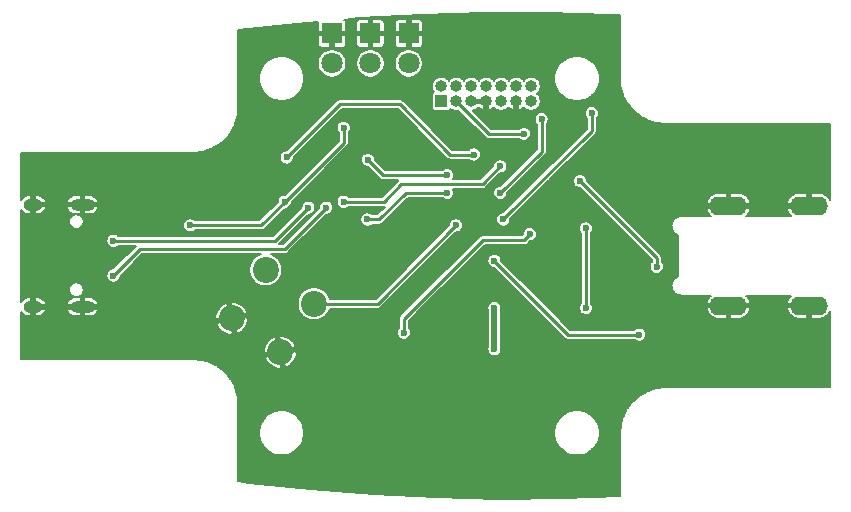
<source format=gbl>
G04 #@! TF.GenerationSoftware,KiCad,Pcbnew,(5.1.9)-1*
G04 #@! TF.CreationDate,2021-04-20T09:49:11+02:00*
G04 #@! TF.ProjectId,loeti,6c6f6574-692e-46b6-9963-61645f706362,rev?*
G04 #@! TF.SameCoordinates,Original*
G04 #@! TF.FileFunction,Copper,L2,Bot*
G04 #@! TF.FilePolarity,Positive*
%FSLAX46Y46*%
G04 Gerber Fmt 4.6, Leading zero omitted, Abs format (unit mm)*
G04 Created by KiCad (PCBNEW (5.1.9)-1) date 2021-04-20 09:49:11*
%MOMM*%
%LPD*%
G01*
G04 APERTURE LIST*
G04 #@! TA.AperFunction,ComponentPad*
%ADD10O,2.100000X1.000000*%
G04 #@! TD*
G04 #@! TA.AperFunction,ComponentPad*
%ADD11O,1.600000X1.000000*%
G04 #@! TD*
G04 #@! TA.AperFunction,ComponentPad*
%ADD12C,2.200000*%
G04 #@! TD*
G04 #@! TA.AperFunction,ComponentPad*
%ADD13O,3.200000X1.600000*%
G04 #@! TD*
G04 #@! TA.AperFunction,ComponentPad*
%ADD14C,1.800000*%
G04 #@! TD*
G04 #@! TA.AperFunction,ComponentPad*
%ADD15R,1.800000X1.800000*%
G04 #@! TD*
G04 #@! TA.AperFunction,ComponentPad*
%ADD16R,1.000000X1.000000*%
G04 #@! TD*
G04 #@! TA.AperFunction,ComponentPad*
%ADD17O,1.000000X1.000000*%
G04 #@! TD*
G04 #@! TA.AperFunction,ViaPad*
%ADD18C,0.600000*%
G04 #@! TD*
G04 #@! TA.AperFunction,Conductor*
%ADD19C,0.250000*%
G04 #@! TD*
G04 #@! TA.AperFunction,Conductor*
%ADD20C,0.500000*%
G04 #@! TD*
G04 #@! TA.AperFunction,Conductor*
%ADD21C,0.200000*%
G04 #@! TD*
G04 #@! TA.AperFunction,Conductor*
%ADD22C,0.100000*%
G04 #@! TD*
G04 APERTURE END LIST*
D10*
X59380000Y24360000D03*
X59380000Y33000000D03*
D11*
X55200000Y33000000D03*
X55200000Y24360000D03*
D12*
X76113939Y20518179D03*
X72018179Y23386061D03*
X78981821Y24613939D03*
X74886061Y27481821D03*
D13*
X120870000Y32905000D03*
X114070000Y24455000D03*
X120870000Y24455000D03*
X114070000Y32905000D03*
D14*
X80500000Y44960000D03*
D15*
X80500000Y47500000D03*
D14*
X83750000Y44960000D03*
D15*
X83750000Y47500000D03*
D14*
X87000000Y44960000D03*
D15*
X87000000Y47500000D03*
D16*
X89750000Y41750000D03*
D17*
X89750000Y43020000D03*
X91020000Y41750000D03*
X91020000Y43020000D03*
X92290000Y41750000D03*
X92290000Y43020000D03*
X93560000Y41750000D03*
X93560000Y43020000D03*
X94830000Y41750000D03*
X94830000Y43020000D03*
X96100000Y41750000D03*
X96100000Y43020000D03*
X97370000Y41750000D03*
X97370000Y43020000D03*
D18*
X96750000Y39000000D03*
X80000000Y32750000D03*
X62000000Y27000000D03*
X78500000Y32750000D03*
X62000000Y29950000D03*
X80750000Y34750000D03*
X78750000Y36750000D03*
X81500000Y29250000D03*
X86750000Y13750000D03*
X87500000Y13750000D03*
X88250000Y13750000D03*
X86750000Y13000000D03*
X87500000Y13000000D03*
X88250000Y13000000D03*
X82250000Y13750000D03*
X83000000Y13750000D03*
X83750000Y13750000D03*
X83750000Y13000000D03*
X83000000Y13000000D03*
X82250000Y13000000D03*
X90750000Y13750000D03*
X91500000Y13750000D03*
X91500000Y13000000D03*
X90750000Y13000000D03*
X90000000Y13000000D03*
X90000000Y13750000D03*
X94500000Y13750000D03*
X95250000Y13750000D03*
X96000000Y13750000D03*
X96000000Y13000000D03*
X95250000Y13000000D03*
X94500000Y13000000D03*
X94500000Y12250000D03*
X95250000Y12250000D03*
X96000000Y12250000D03*
X91500000Y12250000D03*
X90750000Y12250000D03*
X90000000Y12250000D03*
X88250000Y12250000D03*
X87500000Y12250000D03*
X86750000Y12250000D03*
X83750000Y12250000D03*
X83000000Y12250000D03*
X82250000Y12250000D03*
X64500000Y37000000D03*
X64500000Y36250000D03*
X64500000Y35500000D03*
X67500000Y37000000D03*
X67500000Y36250000D03*
X67500000Y35500000D03*
X88750000Y30750000D03*
X88250008Y25999992D03*
X91750028Y25999988D03*
X97250013Y22249987D03*
X106500000Y35000000D03*
X69856600Y32143400D03*
X78000000Y29250000D03*
X84500000Y34250000D03*
X86500000Y29000000D03*
X100000000Y29500000D03*
X105500000Y27000000D03*
X106000000Y31500000D03*
X93250000Y23000000D03*
X72250000Y36500000D03*
X72250000Y34250000D03*
X72250000Y32250000D03*
X99535000Y33465000D03*
X97175000Y38000000D03*
X85000000Y27000000D03*
X112125007Y38124993D03*
X100249996Y39750000D03*
X83500000Y31750000D03*
X90250000Y34000000D03*
X83550000Y36800000D03*
X90250000Y35500000D03*
X76662500Y37000000D03*
X92500012Y37250000D03*
X98250008Y40250000D03*
X94750000Y33999984D03*
X95000032Y31750000D03*
X102500000Y40749988D03*
X81500000Y33250000D03*
X94750004Y36249988D03*
X81500000Y39500000D03*
X94250000Y24250000D03*
X68500000Y31250000D03*
X94250000Y20749992D03*
X76500000Y33250034D03*
X101500000Y35000000D03*
X108000000Y27750000D03*
X91000000Y31250000D03*
X106500000Y22000000D03*
X94250000Y28250028D03*
X97250000Y30500000D03*
X86587500Y22162500D03*
X102000000Y24250000D03*
X102000022Y31000000D03*
D19*
X93770000Y39000000D02*
X96750000Y39000000D01*
X91020000Y41750000D02*
X93770000Y39000000D01*
X76500000Y29250000D02*
X80000000Y32750000D01*
X62000000Y27000000D02*
X64250000Y29250000D01*
X64250000Y29250000D02*
X76500000Y29250000D01*
X75700000Y29950000D02*
X62000000Y29950000D01*
X78500000Y32750000D02*
X75700000Y29950000D01*
X90250000Y34000000D02*
X86750000Y34000000D01*
X84500000Y31750000D02*
X83500000Y31750000D01*
X86750000Y34000000D02*
X84500000Y31750000D01*
X83550000Y36800000D02*
X84850000Y35500000D01*
X84850000Y35500000D02*
X90250000Y35500000D01*
X90500000Y37250000D02*
X92500012Y37250000D01*
X86250000Y41500000D02*
X90500000Y37250000D01*
X81162500Y41500000D02*
X86250000Y41500000D01*
X76662500Y37000000D02*
X81162500Y41500000D01*
X98250008Y40250000D02*
X98250008Y37499992D01*
X98250008Y37499992D02*
X94750000Y33999984D01*
X95000032Y31750000D02*
X102500000Y39249968D01*
X102500000Y39249968D02*
X102500000Y40749988D01*
X81500000Y33250000D02*
X84875000Y33250000D01*
X84875000Y33250000D02*
X86375000Y34750000D01*
X86375000Y34750000D02*
X93250016Y34750000D01*
X93250016Y34750000D02*
X94750004Y36249988D01*
D20*
X94250000Y24250000D02*
X94250000Y20749992D01*
D19*
X81500000Y39500000D02*
X81500000Y38250034D01*
X68500000Y31250000D02*
X74499966Y31250000D01*
X81500000Y38250034D02*
X76500000Y33250034D01*
X74499966Y31250000D02*
X76500000Y33250034D01*
X108000000Y28500000D02*
X108000000Y27750000D01*
X101500000Y35000000D02*
X108000000Y28500000D01*
X84363939Y24613939D02*
X78981821Y24613939D01*
X91000000Y31250000D02*
X84363939Y24613939D01*
X106500000Y22000000D02*
X100500028Y22000000D01*
X100500028Y22000000D02*
X94250000Y28250028D01*
X86587500Y23337500D02*
X86587500Y22162500D01*
X93250000Y30000000D02*
X86587500Y23337500D01*
X96750000Y30000000D02*
X93250000Y30000000D01*
X97250000Y30500000D02*
X96750000Y30000000D01*
X102000000Y24250000D02*
X102000000Y30999978D01*
X102000000Y30999978D02*
X102000022Y31000000D01*
D21*
X104014963Y49087330D02*
X104850001Y49049985D01*
X104850000Y43730354D01*
X104850068Y43729662D01*
X104850088Y43723997D01*
X104851854Y43706613D01*
X104851732Y43689142D01*
X104852277Y43683584D01*
X104924178Y42999491D01*
X104931463Y42964002D01*
X104938261Y42928366D01*
X104939876Y42923019D01*
X105143282Y42265920D01*
X105157314Y42232540D01*
X105170911Y42198885D01*
X105173533Y42193953D01*
X105500697Y41588877D01*
X105520970Y41558821D01*
X105540821Y41528486D01*
X105544351Y41524157D01*
X105982810Y40994151D01*
X106008536Y40968604D01*
X106033900Y40942703D01*
X106038203Y40939143D01*
X106571258Y40504395D01*
X106601414Y40484360D01*
X106631367Y40463850D01*
X106636280Y40461194D01*
X107243626Y40138263D01*
X107277152Y40124444D01*
X107310466Y40110166D01*
X107315801Y40108514D01*
X107974304Y39909700D01*
X108009896Y39902653D01*
X108045330Y39895121D01*
X108050884Y39894537D01*
X108735462Y39827414D01*
X108735467Y39827414D01*
X108754850Y39825505D01*
X122673929Y39825508D01*
X122670272Y33384317D01*
X122667953Y33391406D01*
X122553884Y33576751D01*
X122405848Y33736281D01*
X122229534Y33863865D01*
X122031717Y33954600D01*
X121820000Y34005000D01*
X121020000Y34005000D01*
X121020000Y33055000D01*
X121040000Y33055000D01*
X121040000Y32755000D01*
X121020000Y32755000D01*
X121020000Y32735000D01*
X120720000Y32735000D01*
X120720000Y32755000D01*
X119056035Y32755000D01*
X119017156Y32586376D01*
X119072047Y32418594D01*
X119186116Y32233249D01*
X119334152Y32073719D01*
X119366861Y32050050D01*
X115573139Y32050050D01*
X115605848Y32073719D01*
X115753884Y32233249D01*
X115867953Y32418594D01*
X115922844Y32586376D01*
X115883965Y32755000D01*
X114220000Y32755000D01*
X114220000Y32735000D01*
X113920000Y32735000D01*
X113920000Y32755000D01*
X112256035Y32755000D01*
X112217156Y32586376D01*
X112272047Y32418594D01*
X112386116Y32233249D01*
X112534152Y32073719D01*
X112566861Y32050050D01*
X110055267Y32050050D01*
X110040199Y32048566D01*
X110033250Y32048566D01*
X110029084Y32048128D01*
X109925320Y32036489D01*
X109898739Y32030839D01*
X109872042Y32025553D01*
X109868040Y32024314D01*
X109768514Y31992741D01*
X109743522Y31982030D01*
X109718377Y31971666D01*
X109714700Y31969677D01*
X109714690Y31969673D01*
X109714682Y31969667D01*
X109623194Y31919372D01*
X109600730Y31903991D01*
X109578102Y31888958D01*
X109574882Y31886294D01*
X109574875Y31886289D01*
X109574870Y31886283D01*
X109494889Y31819172D01*
X109475841Y31799721D01*
X109456564Y31780578D01*
X109453916Y31777332D01*
X109388490Y31695958D01*
X109373593Y31673193D01*
X109358392Y31650657D01*
X109356426Y31646958D01*
X109308052Y31554427D01*
X109297856Y31529193D01*
X109287326Y31504143D01*
X109286117Y31500139D01*
X109286114Y31500132D01*
X109286113Y31500125D01*
X109256634Y31399967D01*
X109251538Y31373251D01*
X109246069Y31346612D01*
X109245661Y31342443D01*
X109236198Y31238458D01*
X109236388Y31211231D01*
X109236198Y31184071D01*
X109236606Y31179913D01*
X109236606Y31179900D01*
X109236608Y31179888D01*
X109247521Y31076060D01*
X109252992Y31049406D01*
X109258085Y31022706D01*
X109259293Y31018706D01*
X109259295Y31018696D01*
X109259299Y31018687D01*
X109290172Y30918951D01*
X109300710Y30893882D01*
X109310898Y30868665D01*
X109312860Y30864976D01*
X109312864Y30864967D01*
X109312869Y30864960D01*
X109362527Y30773119D01*
X109377765Y30750528D01*
X109392625Y30727819D01*
X109395269Y30724577D01*
X109395273Y30724571D01*
X109395278Y30724566D01*
X109461829Y30644120D01*
X109481121Y30624962D01*
X109500152Y30605528D01*
X109503380Y30602858D01*
X109584295Y30536865D01*
X109606966Y30521803D01*
X109629386Y30506451D01*
X109633066Y30504462D01*
X109633070Y30504459D01*
X109633074Y30504457D01*
X109725262Y30455440D01*
X109750394Y30445081D01*
X109769951Y30436699D01*
X109769950Y26923197D01*
X109768514Y26922741D01*
X109743522Y26912030D01*
X109718377Y26901666D01*
X109714700Y26899677D01*
X109714690Y26899673D01*
X109714682Y26899667D01*
X109623194Y26849372D01*
X109600730Y26833991D01*
X109578102Y26818958D01*
X109574882Y26816294D01*
X109574875Y26816289D01*
X109574870Y26816283D01*
X109494889Y26749172D01*
X109475841Y26729721D01*
X109456564Y26710578D01*
X109453916Y26707332D01*
X109388490Y26625958D01*
X109373593Y26603193D01*
X109358392Y26580657D01*
X109356426Y26576958D01*
X109308052Y26484427D01*
X109297856Y26459193D01*
X109287326Y26434143D01*
X109286117Y26430139D01*
X109286114Y26430132D01*
X109286113Y26430125D01*
X109256634Y26329967D01*
X109251538Y26303251D01*
X109246069Y26276612D01*
X109245661Y26272443D01*
X109236198Y26168458D01*
X109236388Y26141231D01*
X109236198Y26114071D01*
X109236606Y26109913D01*
X109236606Y26109900D01*
X109236608Y26109888D01*
X109247521Y26006060D01*
X109252992Y25979406D01*
X109258085Y25952706D01*
X109259293Y25948706D01*
X109259295Y25948696D01*
X109259299Y25948687D01*
X109290172Y25848951D01*
X109300710Y25823882D01*
X109310898Y25798665D01*
X109312860Y25794976D01*
X109312864Y25794967D01*
X109312869Y25794960D01*
X109362527Y25703119D01*
X109377765Y25680528D01*
X109392625Y25657819D01*
X109395269Y25654577D01*
X109395273Y25654571D01*
X109395278Y25654566D01*
X109461829Y25574120D01*
X109481121Y25554962D01*
X109500152Y25535528D01*
X109503380Y25532858D01*
X109584295Y25466865D01*
X109606966Y25451803D01*
X109629386Y25436451D01*
X109633066Y25434462D01*
X109633070Y25434459D01*
X109633074Y25434457D01*
X109725262Y25385440D01*
X109750394Y25375081D01*
X109775401Y25364363D01*
X109779403Y25363124D01*
X109879361Y25332945D01*
X109906051Y25327660D01*
X109932639Y25322009D01*
X109936805Y25321571D01*
X110040720Y25311382D01*
X110040727Y25311382D01*
X110055267Y25309950D01*
X112566861Y25309950D01*
X112534152Y25286281D01*
X112386116Y25126751D01*
X112272047Y24941406D01*
X112217156Y24773624D01*
X112256035Y24605000D01*
X113920000Y24605000D01*
X113920000Y24625000D01*
X114220000Y24625000D01*
X114220000Y24605000D01*
X115883965Y24605000D01*
X115922844Y24773624D01*
X115867953Y24941406D01*
X115753884Y25126751D01*
X115605848Y25286281D01*
X115573139Y25309950D01*
X119366861Y25309950D01*
X119334152Y25286281D01*
X119186116Y25126751D01*
X119072047Y24941406D01*
X119017156Y24773624D01*
X119056035Y24605000D01*
X120720000Y24605000D01*
X120720000Y24625000D01*
X121020000Y24625000D01*
X121020000Y24605000D01*
X121040000Y24605000D01*
X121040000Y24305000D01*
X121020000Y24305000D01*
X121020000Y23355000D01*
X121820000Y23355000D01*
X122031717Y23405400D01*
X122229534Y23496135D01*
X122405848Y23623719D01*
X122553884Y23783249D01*
X122667953Y23968594D01*
X122670272Y23975683D01*
X122673931Y17534252D01*
X108728222Y17534252D01*
X108727532Y17534184D01*
X108722351Y17534166D01*
X108704965Y17532400D01*
X108687491Y17532522D01*
X108681933Y17531977D01*
X108011200Y17461480D01*
X107975705Y17454194D01*
X107940075Y17447397D01*
X107934731Y17445783D01*
X107934725Y17445781D01*
X107290464Y17246349D01*
X107257075Y17232314D01*
X107223428Y17218719D01*
X107218497Y17216097D01*
X106625238Y16895323D01*
X106595182Y16875050D01*
X106564847Y16855199D01*
X106560518Y16851669D01*
X106040863Y16421773D01*
X106015315Y16396047D01*
X105989415Y16370683D01*
X105985860Y16366385D01*
X105985855Y16366380D01*
X105985851Y16366375D01*
X105559598Y15843737D01*
X105539528Y15813529D01*
X105519054Y15783627D01*
X105516397Y15778714D01*
X105199772Y15183230D01*
X105185954Y15149706D01*
X105171675Y15116389D01*
X105170023Y15111054D01*
X104975093Y14465411D01*
X104968051Y14429848D01*
X104960514Y14394387D01*
X104959930Y14388833D01*
X104894117Y13717624D01*
X104894117Y13717619D01*
X104892208Y13698236D01*
X104892210Y8318719D01*
X99967639Y8150286D01*
X94659320Y8117034D01*
X89352141Y8232013D01*
X84050263Y8495131D01*
X78757781Y8906185D01*
X73476692Y9465080D01*
X72576995Y9576045D01*
X72576995Y13866790D01*
X74337118Y13866790D01*
X74337118Y13490404D01*
X74410548Y13121250D01*
X74554584Y12773515D01*
X74763693Y12460562D01*
X75029838Y12194417D01*
X75342791Y11985308D01*
X75690526Y11841272D01*
X76059680Y11767842D01*
X76436066Y11767842D01*
X76805220Y11841272D01*
X77152955Y11985308D01*
X77465908Y12194417D01*
X77732053Y12460562D01*
X77941162Y12773515D01*
X78085198Y13121250D01*
X78158628Y13490404D01*
X78158628Y13866790D01*
X99337118Y13866790D01*
X99337118Y13490404D01*
X99410548Y13121250D01*
X99554584Y12773515D01*
X99763693Y12460562D01*
X100029838Y12194417D01*
X100342791Y11985308D01*
X100690526Y11841272D01*
X101059680Y11767842D01*
X101436066Y11767842D01*
X101805220Y11841272D01*
X102152955Y11985308D01*
X102465908Y12194417D01*
X102732053Y12460562D01*
X102941162Y12773515D01*
X103085198Y13121250D01*
X103158628Y13490404D01*
X103158628Y13866790D01*
X103085198Y14235944D01*
X102941162Y14583679D01*
X102732053Y14896632D01*
X102465908Y15162777D01*
X102152955Y15371886D01*
X101805220Y15515922D01*
X101436066Y15589352D01*
X101059680Y15589352D01*
X100690526Y15515922D01*
X100342791Y15371886D01*
X100029838Y15162777D01*
X99763693Y14896632D01*
X99554584Y14583679D01*
X99410548Y14235944D01*
X99337118Y13866790D01*
X78158628Y13866790D01*
X78085198Y14235944D01*
X77941162Y14583679D01*
X77732053Y14896632D01*
X77465908Y15162777D01*
X77152955Y15371886D01*
X76805220Y15515922D01*
X76436066Y15589352D01*
X76059680Y15589352D01*
X75690526Y15515922D01*
X75342791Y15371886D01*
X75029838Y15162777D01*
X74763693Y14896632D01*
X74554584Y14583679D01*
X74410548Y14235944D01*
X74337118Y13866790D01*
X72576995Y13866790D01*
X72576995Y16134905D01*
X72576927Y16135600D01*
X72576909Y16140599D01*
X72575143Y16157980D01*
X72575265Y16175448D01*
X72574720Y16181006D01*
X72504773Y16846507D01*
X72497488Y16881996D01*
X72490690Y16917632D01*
X72489075Y16922979D01*
X72291197Y17562221D01*
X72277151Y17595634D01*
X72263567Y17629256D01*
X72260945Y17634188D01*
X71942673Y18222820D01*
X71922400Y18252876D01*
X71902549Y18283211D01*
X71899019Y18287540D01*
X71472475Y18803142D01*
X71446749Y18828689D01*
X71421385Y18854590D01*
X71417082Y18858150D01*
X70898515Y19281083D01*
X70868318Y19301146D01*
X70838405Y19321628D01*
X70833492Y19324285D01*
X70242652Y19638440D01*
X70209125Y19652259D01*
X70175812Y19666537D01*
X70170476Y19668189D01*
X69529869Y19861600D01*
X69494284Y19868646D01*
X69458844Y19876179D01*
X69453289Y19876763D01*
X68787315Y19942062D01*
X68787301Y19942062D01*
X68767929Y19943970D01*
X54210555Y19943970D01*
X54210555Y20140669D01*
X74836790Y20140669D01*
X74840226Y19920961D01*
X74981212Y19683947D01*
X75165727Y19478992D01*
X75386683Y19313973D01*
X75635585Y19195230D01*
X75902871Y19127328D01*
X75988373Y19117020D01*
X76196006Y19188936D01*
X75992265Y20344411D01*
X74836790Y20140669D01*
X54210555Y20140669D01*
X54210555Y20396505D01*
X76287707Y20396505D01*
X76491449Y19241030D01*
X76711157Y19244466D01*
X76948171Y19385452D01*
X77153126Y19569967D01*
X77318145Y19790923D01*
X77436888Y20039825D01*
X77504790Y20307111D01*
X77515098Y20392613D01*
X77443182Y20600246D01*
X76287707Y20396505D01*
X54210555Y20396505D01*
X54210555Y20643745D01*
X74712780Y20643745D01*
X74784696Y20436112D01*
X75940171Y20639853D01*
X75736429Y21795328D01*
X75516721Y21791892D01*
X75279707Y21650906D01*
X75074752Y21466391D01*
X74909733Y21245435D01*
X74790990Y20996533D01*
X74723088Y20729247D01*
X74712780Y20643745D01*
X54210555Y20643745D01*
X54210555Y21847422D01*
X76031872Y21847422D01*
X76235613Y20691947D01*
X77391088Y20895689D01*
X77387652Y21115397D01*
X77246666Y21352411D01*
X77062151Y21557366D01*
X76841195Y21722385D01*
X76592293Y21841128D01*
X76325007Y21909030D01*
X76239505Y21919338D01*
X76031872Y21847422D01*
X54210555Y21847422D01*
X54210555Y23008551D01*
X70741030Y23008551D01*
X70744466Y22788843D01*
X70885452Y22551829D01*
X71069967Y22346874D01*
X71290923Y22181855D01*
X71539825Y22063112D01*
X71807111Y21995210D01*
X71892613Y21984902D01*
X72100246Y22056818D01*
X71896505Y23212293D01*
X70741030Y23008551D01*
X54210555Y23008551D01*
X54210555Y23264387D01*
X72191947Y23264387D01*
X72395689Y22108912D01*
X72615397Y22112348D01*
X72799054Y22221595D01*
X85987500Y22221595D01*
X85987500Y22103405D01*
X86010558Y21987486D01*
X86055787Y21878293D01*
X86121450Y21780022D01*
X86205022Y21696450D01*
X86303293Y21630787D01*
X86412486Y21585558D01*
X86528405Y21562500D01*
X86646595Y21562500D01*
X86762514Y21585558D01*
X86871707Y21630787D01*
X86969978Y21696450D01*
X87053550Y21780022D01*
X87119213Y21878293D01*
X87164442Y21987486D01*
X87187500Y22103405D01*
X87187500Y22221595D01*
X87164442Y22337514D01*
X87119213Y22446707D01*
X87053550Y22544978D01*
X87012500Y22586028D01*
X87012500Y23161460D01*
X88160135Y24309095D01*
X93650000Y24309095D01*
X93650000Y24190905D01*
X93673058Y24074986D01*
X93700000Y24009942D01*
X93700001Y20990052D01*
X93673058Y20925006D01*
X93650000Y20809087D01*
X93650000Y20690897D01*
X93673058Y20574978D01*
X93718287Y20465785D01*
X93783950Y20367514D01*
X93867522Y20283942D01*
X93965793Y20218279D01*
X94074986Y20173050D01*
X94190905Y20149992D01*
X94309095Y20149992D01*
X94425014Y20173050D01*
X94534207Y20218279D01*
X94632478Y20283942D01*
X94716050Y20367514D01*
X94781713Y20465785D01*
X94826942Y20574978D01*
X94850000Y20690897D01*
X94850000Y20809087D01*
X94826942Y20925006D01*
X94800000Y20990050D01*
X94800000Y24009942D01*
X94826942Y24074986D01*
X94850000Y24190905D01*
X94850000Y24309095D01*
X94826942Y24425014D01*
X94781713Y24534207D01*
X94716050Y24632478D01*
X94632478Y24716050D01*
X94534207Y24781713D01*
X94425014Y24826942D01*
X94309095Y24850000D01*
X94190905Y24850000D01*
X94074986Y24826942D01*
X93965793Y24781713D01*
X93867522Y24716050D01*
X93783950Y24632478D01*
X93718287Y24534207D01*
X93673058Y24425014D01*
X93650000Y24309095D01*
X88160135Y24309095D01*
X92160163Y28309123D01*
X93650000Y28309123D01*
X93650000Y28190933D01*
X93673058Y28075014D01*
X93718287Y27965821D01*
X93783950Y27867550D01*
X93867522Y27783978D01*
X93965793Y27718315D01*
X94074986Y27673086D01*
X94190905Y27650028D01*
X94248960Y27650028D01*
X100184749Y21714238D01*
X100198054Y21698026D01*
X100262768Y21644916D01*
X100336601Y21605452D01*
X100392411Y21588522D01*
X100416713Y21581150D01*
X100425126Y21580321D01*
X100479154Y21575000D01*
X100479160Y21575000D01*
X100500027Y21572945D01*
X100520894Y21575000D01*
X106076472Y21575000D01*
X106117522Y21533950D01*
X106215793Y21468287D01*
X106324986Y21423058D01*
X106440905Y21400000D01*
X106559095Y21400000D01*
X106675014Y21423058D01*
X106784207Y21468287D01*
X106882478Y21533950D01*
X106966050Y21617522D01*
X107031713Y21715793D01*
X107076942Y21824986D01*
X107100000Y21940905D01*
X107100000Y22059095D01*
X107076942Y22175014D01*
X107031713Y22284207D01*
X106966050Y22382478D01*
X106882478Y22466050D01*
X106784207Y22531713D01*
X106675014Y22576942D01*
X106559095Y22600000D01*
X106440905Y22600000D01*
X106324986Y22576942D01*
X106215793Y22531713D01*
X106117522Y22466050D01*
X106076472Y22425000D01*
X100676069Y22425000D01*
X98791974Y24309095D01*
X101400000Y24309095D01*
X101400000Y24190905D01*
X101423058Y24074986D01*
X101468287Y23965793D01*
X101533950Y23867522D01*
X101617522Y23783950D01*
X101715793Y23718287D01*
X101824986Y23673058D01*
X101940905Y23650000D01*
X102059095Y23650000D01*
X102175014Y23673058D01*
X102284207Y23718287D01*
X102382478Y23783950D01*
X102466050Y23867522D01*
X102531713Y23965793D01*
X102576942Y24074986D01*
X102589153Y24136376D01*
X112217156Y24136376D01*
X112272047Y23968594D01*
X112386116Y23783249D01*
X112534152Y23623719D01*
X112710466Y23496135D01*
X112908283Y23405400D01*
X113120000Y23355000D01*
X113920000Y23355000D01*
X113920000Y24305000D01*
X114220000Y24305000D01*
X114220000Y23355000D01*
X115020000Y23355000D01*
X115231717Y23405400D01*
X115429534Y23496135D01*
X115605848Y23623719D01*
X115753884Y23783249D01*
X115867953Y23968594D01*
X115922844Y24136376D01*
X119017156Y24136376D01*
X119072047Y23968594D01*
X119186116Y23783249D01*
X119334152Y23623719D01*
X119510466Y23496135D01*
X119708283Y23405400D01*
X119920000Y23355000D01*
X120720000Y23355000D01*
X120720000Y24305000D01*
X119056035Y24305000D01*
X119017156Y24136376D01*
X115922844Y24136376D01*
X115883965Y24305000D01*
X114220000Y24305000D01*
X113920000Y24305000D01*
X112256035Y24305000D01*
X112217156Y24136376D01*
X102589153Y24136376D01*
X102600000Y24190905D01*
X102600000Y24309095D01*
X102576942Y24425014D01*
X102531713Y24534207D01*
X102466050Y24632478D01*
X102425000Y24673528D01*
X102425000Y30576450D01*
X102466072Y30617522D01*
X102531735Y30715793D01*
X102576964Y30824986D01*
X102600022Y30940905D01*
X102600022Y31059095D01*
X102576964Y31175014D01*
X102531735Y31284207D01*
X102466072Y31382478D01*
X102382500Y31466050D01*
X102284229Y31531713D01*
X102175036Y31576942D01*
X102059117Y31600000D01*
X101940927Y31600000D01*
X101825008Y31576942D01*
X101715815Y31531713D01*
X101617544Y31466050D01*
X101533972Y31382478D01*
X101468309Y31284207D01*
X101423080Y31175014D01*
X101400022Y31059095D01*
X101400022Y30940905D01*
X101423080Y30824986D01*
X101468309Y30715793D01*
X101533972Y30617522D01*
X101575001Y30576493D01*
X101575000Y24673528D01*
X101533950Y24632478D01*
X101468287Y24534207D01*
X101423058Y24425014D01*
X101400000Y24309095D01*
X98791974Y24309095D01*
X94850000Y28251068D01*
X94850000Y28309123D01*
X94826942Y28425042D01*
X94781713Y28534235D01*
X94716050Y28632506D01*
X94632478Y28716078D01*
X94534207Y28781741D01*
X94425014Y28826970D01*
X94309095Y28850028D01*
X94190905Y28850028D01*
X94074986Y28826970D01*
X93965793Y28781741D01*
X93867522Y28716078D01*
X93783950Y28632506D01*
X93718287Y28534235D01*
X93673058Y28425042D01*
X93650000Y28309123D01*
X92160163Y28309123D01*
X93426041Y29575000D01*
X96729133Y29575000D01*
X96750000Y29572945D01*
X96770867Y29575000D01*
X96770874Y29575000D01*
X96833314Y29581150D01*
X96913427Y29605452D01*
X96987260Y29644916D01*
X97051974Y29698026D01*
X97065283Y29714243D01*
X97251040Y29900000D01*
X97309095Y29900000D01*
X97425014Y29923058D01*
X97534207Y29968287D01*
X97632478Y30033950D01*
X97716050Y30117522D01*
X97781713Y30215793D01*
X97826942Y30324986D01*
X97850000Y30440905D01*
X97850000Y30559095D01*
X97826942Y30675014D01*
X97781713Y30784207D01*
X97716050Y30882478D01*
X97632478Y30966050D01*
X97534207Y31031713D01*
X97425014Y31076942D01*
X97309095Y31100000D01*
X97190905Y31100000D01*
X97074986Y31076942D01*
X96965793Y31031713D01*
X96867522Y30966050D01*
X96783950Y30882478D01*
X96718287Y30784207D01*
X96673058Y30675014D01*
X96650000Y30559095D01*
X96650000Y30501040D01*
X96573960Y30425000D01*
X93270867Y30425000D01*
X93250000Y30427055D01*
X93229133Y30425000D01*
X93229126Y30425000D01*
X93174327Y30419603D01*
X93166685Y30418850D01*
X93086572Y30394548D01*
X93081003Y30391571D01*
X93012740Y30355084D01*
X92948026Y30301974D01*
X92934721Y30285762D01*
X86301744Y23652784D01*
X86285526Y23639474D01*
X86232416Y23574759D01*
X86192952Y23500926D01*
X86168650Y23420813D01*
X86162500Y23358373D01*
X86162500Y23358367D01*
X86160445Y23337500D01*
X86162500Y23316633D01*
X86162501Y22586029D01*
X86121450Y22544978D01*
X86055787Y22446707D01*
X86010558Y22337514D01*
X85987500Y22221595D01*
X72799054Y22221595D01*
X72852411Y22253334D01*
X73057366Y22437849D01*
X73222385Y22658805D01*
X73341128Y22907707D01*
X73409030Y23174993D01*
X73419338Y23260495D01*
X73347422Y23468128D01*
X72191947Y23264387D01*
X54210555Y23264387D01*
X54210555Y23511627D01*
X70617020Y23511627D01*
X70688936Y23303994D01*
X71844411Y23507735D01*
X71640669Y24663210D01*
X71420961Y24659774D01*
X71183947Y24518788D01*
X70978992Y24334273D01*
X70813973Y24113317D01*
X70695230Y23864415D01*
X70627328Y23597129D01*
X70617020Y23511627D01*
X54210555Y23511627D01*
X54210555Y23932624D01*
X54228248Y23900381D01*
X54330823Y23778160D01*
X54455271Y23678299D01*
X54596810Y23604635D01*
X54750000Y23560000D01*
X55050000Y23560000D01*
X55050000Y24210000D01*
X55350000Y24210000D01*
X55350000Y23560000D01*
X55650000Y23560000D01*
X55803190Y23604635D01*
X55944729Y23678299D01*
X56069177Y23778160D01*
X56171752Y23900381D01*
X56248512Y24040265D01*
X56252672Y24088919D01*
X58077328Y24088919D01*
X58081488Y24040265D01*
X58158248Y23900381D01*
X58260823Y23778160D01*
X58385271Y23678299D01*
X58526810Y23604635D01*
X58680000Y23560000D01*
X59230000Y23560000D01*
X59230000Y24210000D01*
X59530000Y24210000D01*
X59530000Y23560000D01*
X60080000Y23560000D01*
X60233190Y23604635D01*
X60374729Y23678299D01*
X60499177Y23778160D01*
X60601752Y23900381D01*
X60678512Y24040265D01*
X60682672Y24088919D01*
X60639313Y24210000D01*
X59530000Y24210000D01*
X59230000Y24210000D01*
X58120687Y24210000D01*
X58077328Y24088919D01*
X56252672Y24088919D01*
X56209313Y24210000D01*
X55350000Y24210000D01*
X55050000Y24210000D01*
X55030000Y24210000D01*
X55030000Y24510000D01*
X55050000Y24510000D01*
X55050000Y25160000D01*
X55350000Y25160000D01*
X55350000Y24510000D01*
X56209313Y24510000D01*
X56252672Y24631081D01*
X58077328Y24631081D01*
X58120687Y24510000D01*
X59230000Y24510000D01*
X59230000Y25160000D01*
X59530000Y25160000D01*
X59530000Y24510000D01*
X60639313Y24510000D01*
X60682672Y24631081D01*
X60678512Y24679735D01*
X60658994Y24715304D01*
X71936112Y24715304D01*
X72139853Y23559829D01*
X73295328Y23763571D01*
X73291892Y23983279D01*
X73150906Y24220293D01*
X72966391Y24425248D01*
X72745435Y24590267D01*
X72496533Y24709010D01*
X72327991Y24751827D01*
X77581821Y24751827D01*
X77581821Y24476051D01*
X77635622Y24205574D01*
X77741157Y23950790D01*
X77894370Y23721491D01*
X78089373Y23526488D01*
X78318672Y23373275D01*
X78573456Y23267740D01*
X78843933Y23213939D01*
X79119709Y23213939D01*
X79390186Y23267740D01*
X79644970Y23373275D01*
X79874269Y23526488D01*
X80069272Y23721491D01*
X80222485Y23950790D01*
X80321130Y24188939D01*
X84343072Y24188939D01*
X84363939Y24186884D01*
X84384806Y24188939D01*
X84384813Y24188939D01*
X84447253Y24195089D01*
X84527366Y24219391D01*
X84601199Y24258855D01*
X84665913Y24311965D01*
X84679223Y24328183D01*
X91001041Y30650000D01*
X91059095Y30650000D01*
X91175014Y30673058D01*
X91284207Y30718287D01*
X91382478Y30783950D01*
X91466050Y30867522D01*
X91531713Y30965793D01*
X91576942Y31074986D01*
X91600000Y31190905D01*
X91600000Y31309095D01*
X91576942Y31425014D01*
X91531713Y31534207D01*
X91466050Y31632478D01*
X91382478Y31716050D01*
X91284207Y31781713D01*
X91218101Y31809095D01*
X94400032Y31809095D01*
X94400032Y31690905D01*
X94423090Y31574986D01*
X94468319Y31465793D01*
X94533982Y31367522D01*
X94617554Y31283950D01*
X94715825Y31218287D01*
X94825018Y31173058D01*
X94940937Y31150000D01*
X95059127Y31150000D01*
X95175046Y31173058D01*
X95284239Y31218287D01*
X95382510Y31283950D01*
X95466082Y31367522D01*
X95531745Y31465793D01*
X95576974Y31574986D01*
X95600032Y31690905D01*
X95600032Y31748960D01*
X98910167Y35059095D01*
X100900000Y35059095D01*
X100900000Y34940905D01*
X100923058Y34824986D01*
X100968287Y34715793D01*
X101033950Y34617522D01*
X101117522Y34533950D01*
X101215793Y34468287D01*
X101324986Y34423058D01*
X101440905Y34400000D01*
X101498960Y34400000D01*
X107575000Y28323959D01*
X107575000Y28173528D01*
X107533950Y28132478D01*
X107468287Y28034207D01*
X107423058Y27925014D01*
X107400000Y27809095D01*
X107400000Y27690905D01*
X107423058Y27574986D01*
X107468287Y27465793D01*
X107533950Y27367522D01*
X107617522Y27283950D01*
X107715793Y27218287D01*
X107824986Y27173058D01*
X107940905Y27150000D01*
X108059095Y27150000D01*
X108175014Y27173058D01*
X108284207Y27218287D01*
X108382478Y27283950D01*
X108466050Y27367522D01*
X108531713Y27465793D01*
X108576942Y27574986D01*
X108600000Y27690905D01*
X108600000Y27809095D01*
X108576942Y27925014D01*
X108531713Y28034207D01*
X108466050Y28132478D01*
X108425000Y28173528D01*
X108425000Y28479134D01*
X108427055Y28500001D01*
X108425000Y28520868D01*
X108425000Y28520874D01*
X108418850Y28583314D01*
X108394548Y28663427D01*
X108355084Y28737260D01*
X108301974Y28801974D01*
X108285763Y28815278D01*
X103877417Y33223624D01*
X112217156Y33223624D01*
X112256035Y33055000D01*
X113920000Y33055000D01*
X113920000Y34005000D01*
X114220000Y34005000D01*
X114220000Y33055000D01*
X115883965Y33055000D01*
X115922844Y33223624D01*
X119017156Y33223624D01*
X119056035Y33055000D01*
X120720000Y33055000D01*
X120720000Y34005000D01*
X119920000Y34005000D01*
X119708283Y33954600D01*
X119510466Y33863865D01*
X119334152Y33736281D01*
X119186116Y33576751D01*
X119072047Y33391406D01*
X119017156Y33223624D01*
X115922844Y33223624D01*
X115867953Y33391406D01*
X115753884Y33576751D01*
X115605848Y33736281D01*
X115429534Y33863865D01*
X115231717Y33954600D01*
X115020000Y34005000D01*
X114220000Y34005000D01*
X113920000Y34005000D01*
X113120000Y34005000D01*
X112908283Y33954600D01*
X112710466Y33863865D01*
X112534152Y33736281D01*
X112386116Y33576751D01*
X112272047Y33391406D01*
X112217156Y33223624D01*
X103877417Y33223624D01*
X102100000Y35001040D01*
X102100000Y35059095D01*
X102076942Y35175014D01*
X102031713Y35284207D01*
X101966050Y35382478D01*
X101882478Y35466050D01*
X101784207Y35531713D01*
X101675014Y35576942D01*
X101559095Y35600000D01*
X101440905Y35600000D01*
X101324986Y35576942D01*
X101215793Y35531713D01*
X101117522Y35466050D01*
X101033950Y35382478D01*
X100968287Y35284207D01*
X100923058Y35175014D01*
X100900000Y35059095D01*
X98910167Y35059095D01*
X102785763Y38934690D01*
X102801974Y38947994D01*
X102855084Y39012708D01*
X102894548Y39086541D01*
X102915079Y39154223D01*
X102918850Y39166653D01*
X102920449Y39182891D01*
X102925000Y39229094D01*
X102925000Y39229100D01*
X102927055Y39249967D01*
X102925000Y39270834D01*
X102925000Y40326460D01*
X102966050Y40367510D01*
X103031713Y40465781D01*
X103076942Y40574974D01*
X103100000Y40690893D01*
X103100000Y40809083D01*
X103076942Y40925002D01*
X103031713Y41034195D01*
X102966050Y41132466D01*
X102882478Y41216038D01*
X102784207Y41281701D01*
X102675014Y41326930D01*
X102559095Y41349988D01*
X102440905Y41349988D01*
X102324986Y41326930D01*
X102215793Y41281701D01*
X102117522Y41216038D01*
X102033950Y41132466D01*
X101968287Y41034195D01*
X101923058Y40925002D01*
X101900000Y40809083D01*
X101900000Y40690893D01*
X101923058Y40574974D01*
X101968287Y40465781D01*
X102033950Y40367510D01*
X102075001Y40326459D01*
X102075000Y39426009D01*
X94998992Y32350000D01*
X94940937Y32350000D01*
X94825018Y32326942D01*
X94715825Y32281713D01*
X94617554Y32216050D01*
X94533982Y32132478D01*
X94468319Y32034207D01*
X94423090Y31925014D01*
X94400032Y31809095D01*
X91218101Y31809095D01*
X91175014Y31826942D01*
X91059095Y31850000D01*
X90940905Y31850000D01*
X90824986Y31826942D01*
X90715793Y31781713D01*
X90617522Y31716050D01*
X90533950Y31632478D01*
X90468287Y31534207D01*
X90423058Y31425014D01*
X90400000Y31309095D01*
X90400000Y31251041D01*
X84187899Y25038939D01*
X80321130Y25038939D01*
X80222485Y25277088D01*
X80069272Y25506387D01*
X79874269Y25701390D01*
X79644970Y25854603D01*
X79390186Y25960138D01*
X79119709Y26013939D01*
X78843933Y26013939D01*
X78573456Y25960138D01*
X78318672Y25854603D01*
X78089373Y25701390D01*
X77894370Y25506387D01*
X77741157Y25277088D01*
X77635622Y25022304D01*
X77581821Y24751827D01*
X72327991Y24751827D01*
X72229247Y24776912D01*
X72143745Y24787220D01*
X71936112Y24715304D01*
X60658994Y24715304D01*
X60601752Y24819619D01*
X60499177Y24941840D01*
X60374729Y25041701D01*
X60233190Y25115365D01*
X60080000Y25160000D01*
X59530000Y25160000D01*
X59230000Y25160000D01*
X58680000Y25160000D01*
X58526810Y25115365D01*
X58385271Y25041701D01*
X58260823Y24941840D01*
X58158248Y24819619D01*
X58081488Y24679735D01*
X58077328Y24631081D01*
X56252672Y24631081D01*
X56248512Y24679735D01*
X56171752Y24819619D01*
X56069177Y24941840D01*
X55944729Y25041701D01*
X55803190Y25115365D01*
X55650000Y25160000D01*
X55350000Y25160000D01*
X55050000Y25160000D01*
X54750000Y25160000D01*
X54596810Y25115365D01*
X54455271Y25041701D01*
X54330823Y24941840D01*
X54228248Y24819619D01*
X54210555Y24787376D01*
X54210555Y25851557D01*
X58225000Y25851557D01*
X58225000Y25728443D01*
X58249019Y25607694D01*
X58296132Y25493952D01*
X58364531Y25391586D01*
X58451586Y25304531D01*
X58553952Y25236132D01*
X58667694Y25189019D01*
X58788443Y25165000D01*
X58911557Y25165000D01*
X59032306Y25189019D01*
X59146048Y25236132D01*
X59248414Y25304531D01*
X59335469Y25391586D01*
X59403868Y25493952D01*
X59450981Y25607694D01*
X59475000Y25728443D01*
X59475000Y25851557D01*
X59450981Y25972306D01*
X59403868Y26086048D01*
X59335469Y26188414D01*
X59248414Y26275469D01*
X59146048Y26343868D01*
X59032306Y26390981D01*
X58911557Y26415000D01*
X58788443Y26415000D01*
X58667694Y26390981D01*
X58553952Y26343868D01*
X58451586Y26275469D01*
X58364531Y26188414D01*
X58296132Y26086048D01*
X58249019Y25972306D01*
X58225000Y25851557D01*
X54210555Y25851557D01*
X54210555Y30009095D01*
X61400000Y30009095D01*
X61400000Y29890905D01*
X61423058Y29774986D01*
X61468287Y29665793D01*
X61533950Y29567522D01*
X61617522Y29483950D01*
X61715793Y29418287D01*
X61824986Y29373058D01*
X61940905Y29350000D01*
X62059095Y29350000D01*
X62175014Y29373058D01*
X62284207Y29418287D01*
X62382478Y29483950D01*
X62423528Y29525000D01*
X63923960Y29525000D01*
X61998960Y27600000D01*
X61940905Y27600000D01*
X61824986Y27576942D01*
X61715793Y27531713D01*
X61617522Y27466050D01*
X61533950Y27382478D01*
X61468287Y27284207D01*
X61423058Y27175014D01*
X61400000Y27059095D01*
X61400000Y26940905D01*
X61423058Y26824986D01*
X61468287Y26715793D01*
X61533950Y26617522D01*
X61617522Y26533950D01*
X61715793Y26468287D01*
X61824986Y26423058D01*
X61940905Y26400000D01*
X62059095Y26400000D01*
X62175014Y26423058D01*
X62284207Y26468287D01*
X62382478Y26533950D01*
X62466050Y26617522D01*
X62531713Y26715793D01*
X62576942Y26824986D01*
X62600000Y26940905D01*
X62600000Y26998960D01*
X64426040Y28825000D01*
X74470405Y28825000D01*
X74222912Y28722485D01*
X73993613Y28569272D01*
X73798610Y28374269D01*
X73645397Y28144970D01*
X73539862Y27890186D01*
X73486061Y27619709D01*
X73486061Y27343933D01*
X73539862Y27073456D01*
X73645397Y26818672D01*
X73798610Y26589373D01*
X73993613Y26394370D01*
X74222912Y26241157D01*
X74477696Y26135622D01*
X74748173Y26081821D01*
X75023949Y26081821D01*
X75294426Y26135622D01*
X75549210Y26241157D01*
X75778509Y26394370D01*
X75973512Y26589373D01*
X76126725Y26818672D01*
X76232260Y27073456D01*
X76286061Y27343933D01*
X76286061Y27619709D01*
X76232260Y27890186D01*
X76126725Y28144970D01*
X75973512Y28374269D01*
X75778509Y28569272D01*
X75549210Y28722485D01*
X75301717Y28825000D01*
X76479133Y28825000D01*
X76500000Y28822945D01*
X76520867Y28825000D01*
X76520874Y28825000D01*
X76583314Y28831150D01*
X76663427Y28855452D01*
X76737260Y28894916D01*
X76801974Y28948026D01*
X76815283Y28964243D01*
X80001041Y32150000D01*
X80059095Y32150000D01*
X80175014Y32173058D01*
X80284207Y32218287D01*
X80382478Y32283950D01*
X80466050Y32367522D01*
X80531713Y32465793D01*
X80576942Y32574986D01*
X80600000Y32690905D01*
X80600000Y32809095D01*
X80576942Y32925014D01*
X80531713Y33034207D01*
X80466050Y33132478D01*
X80382478Y33216050D01*
X80284207Y33281713D01*
X80218101Y33309095D01*
X80900000Y33309095D01*
X80900000Y33190905D01*
X80923058Y33074986D01*
X80968287Y32965793D01*
X81033950Y32867522D01*
X81117522Y32783950D01*
X81215793Y32718287D01*
X81324986Y32673058D01*
X81440905Y32650000D01*
X81559095Y32650000D01*
X81675014Y32673058D01*
X81784207Y32718287D01*
X81882478Y32783950D01*
X81923528Y32825000D01*
X84854133Y32825000D01*
X84875000Y32822945D01*
X84895867Y32825000D01*
X84895874Y32825000D01*
X84958314Y32831150D01*
X84989601Y32840641D01*
X84323960Y32175000D01*
X83923528Y32175000D01*
X83882478Y32216050D01*
X83784207Y32281713D01*
X83675014Y32326942D01*
X83559095Y32350000D01*
X83440905Y32350000D01*
X83324986Y32326942D01*
X83215793Y32281713D01*
X83117522Y32216050D01*
X83033950Y32132478D01*
X82968287Y32034207D01*
X82923058Y31925014D01*
X82900000Y31809095D01*
X82900000Y31690905D01*
X82923058Y31574986D01*
X82968287Y31465793D01*
X83033950Y31367522D01*
X83117522Y31283950D01*
X83215793Y31218287D01*
X83324986Y31173058D01*
X83440905Y31150000D01*
X83559095Y31150000D01*
X83675014Y31173058D01*
X83784207Y31218287D01*
X83882478Y31283950D01*
X83923528Y31325000D01*
X84479133Y31325000D01*
X84500000Y31322945D01*
X84520867Y31325000D01*
X84520874Y31325000D01*
X84583314Y31331150D01*
X84663427Y31355452D01*
X84737260Y31394916D01*
X84801974Y31448026D01*
X84815284Y31464244D01*
X86926040Y33575000D01*
X89826472Y33575000D01*
X89867522Y33533950D01*
X89965793Y33468287D01*
X90074986Y33423058D01*
X90190905Y33400000D01*
X90309095Y33400000D01*
X90425014Y33423058D01*
X90534207Y33468287D01*
X90632478Y33533950D01*
X90716050Y33617522D01*
X90781713Y33715793D01*
X90826942Y33824986D01*
X90850000Y33940905D01*
X90850000Y34059079D01*
X94150000Y34059079D01*
X94150000Y33940889D01*
X94173058Y33824970D01*
X94218287Y33715777D01*
X94283950Y33617506D01*
X94367522Y33533934D01*
X94465793Y33468271D01*
X94574986Y33423042D01*
X94690905Y33399984D01*
X94809095Y33399984D01*
X94925014Y33423042D01*
X95034207Y33468271D01*
X95132478Y33533934D01*
X95216050Y33617506D01*
X95281713Y33715777D01*
X95326942Y33824970D01*
X95350000Y33940889D01*
X95350000Y33998944D01*
X98535770Y37184713D01*
X98551982Y37198018D01*
X98605092Y37262732D01*
X98641963Y37331713D01*
X98644556Y37336564D01*
X98668858Y37416678D01*
X98668941Y37417519D01*
X98675008Y37479118D01*
X98675008Y37479125D01*
X98677063Y37499992D01*
X98675008Y37520859D01*
X98675008Y39826472D01*
X98716058Y39867522D01*
X98781721Y39965793D01*
X98826950Y40074986D01*
X98850008Y40190905D01*
X98850008Y40309095D01*
X98826950Y40425014D01*
X98781721Y40534207D01*
X98716058Y40632478D01*
X98632486Y40716050D01*
X98534215Y40781713D01*
X98425022Y40826942D01*
X98309103Y40850000D01*
X98190913Y40850000D01*
X98074994Y40826942D01*
X97965801Y40781713D01*
X97867530Y40716050D01*
X97783958Y40632478D01*
X97718295Y40534207D01*
X97673066Y40425014D01*
X97650008Y40309095D01*
X97650008Y40190905D01*
X97673066Y40074986D01*
X97718295Y39965793D01*
X97783958Y39867522D01*
X97825008Y39826472D01*
X97825009Y37676034D01*
X94748960Y34599984D01*
X94690905Y34599984D01*
X94574986Y34576926D01*
X94465793Y34531697D01*
X94367522Y34466034D01*
X94283950Y34382462D01*
X94218287Y34284191D01*
X94173058Y34174998D01*
X94150000Y34059079D01*
X90850000Y34059079D01*
X90850000Y34059095D01*
X90826942Y34175014D01*
X90781713Y34284207D01*
X90754456Y34325000D01*
X93229149Y34325000D01*
X93250016Y34322945D01*
X93270883Y34325000D01*
X93270890Y34325000D01*
X93333330Y34331150D01*
X93413443Y34355452D01*
X93487276Y34394916D01*
X93551990Y34448026D01*
X93565299Y34464243D01*
X94751045Y35649988D01*
X94809099Y35649988D01*
X94925018Y35673046D01*
X95034211Y35718275D01*
X95132482Y35783938D01*
X95216054Y35867510D01*
X95281717Y35965781D01*
X95326946Y36074974D01*
X95350004Y36190893D01*
X95350004Y36309083D01*
X95326946Y36425002D01*
X95281717Y36534195D01*
X95216054Y36632466D01*
X95132482Y36716038D01*
X95034211Y36781701D01*
X94925018Y36826930D01*
X94809099Y36849988D01*
X94690909Y36849988D01*
X94574990Y36826930D01*
X94465797Y36781701D01*
X94367526Y36716038D01*
X94283954Y36632466D01*
X94218291Y36534195D01*
X94173062Y36425002D01*
X94150004Y36309083D01*
X94150004Y36251029D01*
X93073976Y35175000D01*
X90754456Y35175000D01*
X90781713Y35215793D01*
X90826942Y35324986D01*
X90850000Y35440905D01*
X90850000Y35559095D01*
X90826942Y35675014D01*
X90781713Y35784207D01*
X90716050Y35882478D01*
X90632478Y35966050D01*
X90534207Y36031713D01*
X90425014Y36076942D01*
X90309095Y36100000D01*
X90190905Y36100000D01*
X90074986Y36076942D01*
X89965793Y36031713D01*
X89867522Y35966050D01*
X89826472Y35925000D01*
X85026040Y35925000D01*
X84150000Y36801040D01*
X84150000Y36859095D01*
X84126942Y36975014D01*
X84081713Y37084207D01*
X84016050Y37182478D01*
X83932478Y37266050D01*
X83834207Y37331713D01*
X83725014Y37376942D01*
X83609095Y37400000D01*
X83490905Y37400000D01*
X83374986Y37376942D01*
X83265793Y37331713D01*
X83167522Y37266050D01*
X83083950Y37182478D01*
X83018287Y37084207D01*
X82973058Y36975014D01*
X82950000Y36859095D01*
X82950000Y36740905D01*
X82973058Y36624986D01*
X83018287Y36515793D01*
X83083950Y36417522D01*
X83167522Y36333950D01*
X83265793Y36268287D01*
X83374986Y36223058D01*
X83490905Y36200000D01*
X83548960Y36200000D01*
X84534716Y35214244D01*
X84548026Y35198026D01*
X84612740Y35144916D01*
X84686573Y35105452D01*
X84766686Y35081150D01*
X84829126Y35075000D01*
X84829133Y35075000D01*
X84850000Y35072945D01*
X84870867Y35075000D01*
X86101083Y35075000D01*
X86073026Y35051974D01*
X86059721Y35035762D01*
X84698960Y33675000D01*
X81923528Y33675000D01*
X81882478Y33716050D01*
X81784207Y33781713D01*
X81675014Y33826942D01*
X81559095Y33850000D01*
X81440905Y33850000D01*
X81324986Y33826942D01*
X81215793Y33781713D01*
X81117522Y33716050D01*
X81033950Y33632478D01*
X80968287Y33534207D01*
X80923058Y33425014D01*
X80900000Y33309095D01*
X80218101Y33309095D01*
X80175014Y33326942D01*
X80059095Y33350000D01*
X79940905Y33350000D01*
X79824986Y33326942D01*
X79715793Y33281713D01*
X79617522Y33216050D01*
X79533950Y33132478D01*
X79468287Y33034207D01*
X79423058Y32925014D01*
X79400000Y32809095D01*
X79400000Y32751041D01*
X76323960Y29675000D01*
X76026040Y29675000D01*
X78501041Y32150000D01*
X78559095Y32150000D01*
X78675014Y32173058D01*
X78784207Y32218287D01*
X78882478Y32283950D01*
X78966050Y32367522D01*
X79031713Y32465793D01*
X79076942Y32574986D01*
X79100000Y32690905D01*
X79100000Y32809095D01*
X79076942Y32925014D01*
X79031713Y33034207D01*
X78966050Y33132478D01*
X78882478Y33216050D01*
X78784207Y33281713D01*
X78675014Y33326942D01*
X78559095Y33350000D01*
X78440905Y33350000D01*
X78324986Y33326942D01*
X78215793Y33281713D01*
X78117522Y33216050D01*
X78033950Y33132478D01*
X77968287Y33034207D01*
X77923058Y32925014D01*
X77900000Y32809095D01*
X77900000Y32751041D01*
X75523960Y30375000D01*
X62423528Y30375000D01*
X62382478Y30416050D01*
X62284207Y30481713D01*
X62175014Y30526942D01*
X62059095Y30550000D01*
X61940905Y30550000D01*
X61824986Y30526942D01*
X61715793Y30481713D01*
X61617522Y30416050D01*
X61533950Y30332478D01*
X61468287Y30234207D01*
X61423058Y30125014D01*
X61400000Y30009095D01*
X54210555Y30009095D01*
X54210555Y31631557D01*
X58225000Y31631557D01*
X58225000Y31508443D01*
X58249019Y31387694D01*
X58296132Y31273952D01*
X58364531Y31171586D01*
X58451586Y31084531D01*
X58553952Y31016132D01*
X58667694Y30969019D01*
X58788443Y30945000D01*
X58911557Y30945000D01*
X59032306Y30969019D01*
X59146048Y31016132D01*
X59248414Y31084531D01*
X59335469Y31171586D01*
X59403868Y31273952D01*
X59418424Y31309095D01*
X67900000Y31309095D01*
X67900000Y31190905D01*
X67923058Y31074986D01*
X67968287Y30965793D01*
X68033950Y30867522D01*
X68117522Y30783950D01*
X68215793Y30718287D01*
X68324986Y30673058D01*
X68440905Y30650000D01*
X68559095Y30650000D01*
X68675014Y30673058D01*
X68784207Y30718287D01*
X68882478Y30783950D01*
X68923528Y30825000D01*
X74479099Y30825000D01*
X74499966Y30822945D01*
X74520833Y30825000D01*
X74520840Y30825000D01*
X74583280Y30831150D01*
X74663393Y30855452D01*
X74737226Y30894916D01*
X74801940Y30948026D01*
X74815249Y30964243D01*
X76501041Y32650034D01*
X76559095Y32650034D01*
X76675014Y32673092D01*
X76784207Y32718321D01*
X76882478Y32783984D01*
X76966050Y32867556D01*
X77031713Y32965827D01*
X77076942Y33075020D01*
X77100000Y33190939D01*
X77100000Y33248994D01*
X81785762Y37934755D01*
X81801974Y37948060D01*
X81855084Y38012774D01*
X81887596Y38073600D01*
X81894548Y38086606D01*
X81918850Y38166719D01*
X81920860Y38187129D01*
X81925000Y38229160D01*
X81925000Y38229167D01*
X81927055Y38250034D01*
X81925000Y38270901D01*
X81925000Y39076472D01*
X81966050Y39117522D01*
X82031713Y39215793D01*
X82076942Y39324986D01*
X82100000Y39440905D01*
X82100000Y39559095D01*
X82076942Y39675014D01*
X82031713Y39784207D01*
X81966050Y39882478D01*
X81882478Y39966050D01*
X81784207Y40031713D01*
X81675014Y40076942D01*
X81559095Y40100000D01*
X81440905Y40100000D01*
X81324986Y40076942D01*
X81215793Y40031713D01*
X81117522Y39966050D01*
X81033950Y39882478D01*
X80968287Y39784207D01*
X80923058Y39675014D01*
X80900000Y39559095D01*
X80900000Y39440905D01*
X80923058Y39324986D01*
X80968287Y39215793D01*
X81033950Y39117522D01*
X81075000Y39076472D01*
X81075001Y38426076D01*
X76498960Y33850034D01*
X76440905Y33850034D01*
X76324986Y33826976D01*
X76215793Y33781747D01*
X76117522Y33716084D01*
X76033950Y33632512D01*
X75968287Y33534241D01*
X75923058Y33425048D01*
X75900000Y33309129D01*
X75900000Y33251075D01*
X74323926Y31675000D01*
X68923528Y31675000D01*
X68882478Y31716050D01*
X68784207Y31781713D01*
X68675014Y31826942D01*
X68559095Y31850000D01*
X68440905Y31850000D01*
X68324986Y31826942D01*
X68215793Y31781713D01*
X68117522Y31716050D01*
X68033950Y31632478D01*
X67968287Y31534207D01*
X67923058Y31425014D01*
X67900000Y31309095D01*
X59418424Y31309095D01*
X59450981Y31387694D01*
X59475000Y31508443D01*
X59475000Y31631557D01*
X59450981Y31752306D01*
X59403868Y31866048D01*
X59335469Y31968414D01*
X59248414Y32055469D01*
X59146048Y32123868D01*
X59032306Y32170981D01*
X58911557Y32195000D01*
X58788443Y32195000D01*
X58667694Y32170981D01*
X58553952Y32123868D01*
X58451586Y32055469D01*
X58364531Y31968414D01*
X58296132Y31866048D01*
X58249019Y31752306D01*
X58225000Y31631557D01*
X54210555Y31631557D01*
X54210555Y32572624D01*
X54228248Y32540381D01*
X54330823Y32418160D01*
X54455271Y32318299D01*
X54596810Y32244635D01*
X54750000Y32200000D01*
X55050000Y32200000D01*
X55050000Y32850000D01*
X55350000Y32850000D01*
X55350000Y32200000D01*
X55650000Y32200000D01*
X55803190Y32244635D01*
X55944729Y32318299D01*
X56069177Y32418160D01*
X56171752Y32540381D01*
X56248512Y32680265D01*
X56252672Y32728919D01*
X58077328Y32728919D01*
X58081488Y32680265D01*
X58158248Y32540381D01*
X58260823Y32418160D01*
X58385271Y32318299D01*
X58526810Y32244635D01*
X58680000Y32200000D01*
X59230000Y32200000D01*
X59230000Y32850000D01*
X59530000Y32850000D01*
X59530000Y32200000D01*
X60080000Y32200000D01*
X60233190Y32244635D01*
X60374729Y32318299D01*
X60499177Y32418160D01*
X60601752Y32540381D01*
X60678512Y32680265D01*
X60682672Y32728919D01*
X60639313Y32850000D01*
X59530000Y32850000D01*
X59230000Y32850000D01*
X58120687Y32850000D01*
X58077328Y32728919D01*
X56252672Y32728919D01*
X56209313Y32850000D01*
X55350000Y32850000D01*
X55050000Y32850000D01*
X55030000Y32850000D01*
X55030000Y33150000D01*
X55050000Y33150000D01*
X55050000Y33800000D01*
X55350000Y33800000D01*
X55350000Y33150000D01*
X56209313Y33150000D01*
X56252672Y33271081D01*
X58077328Y33271081D01*
X58120687Y33150000D01*
X59230000Y33150000D01*
X59230000Y33800000D01*
X59530000Y33800000D01*
X59530000Y33150000D01*
X60639313Y33150000D01*
X60682672Y33271081D01*
X60678512Y33319735D01*
X60601752Y33459619D01*
X60499177Y33581840D01*
X60374729Y33681701D01*
X60233190Y33755365D01*
X60080000Y33800000D01*
X59530000Y33800000D01*
X59230000Y33800000D01*
X58680000Y33800000D01*
X58526810Y33755365D01*
X58385271Y33681701D01*
X58260823Y33581840D01*
X58158248Y33459619D01*
X58081488Y33319735D01*
X58077328Y33271081D01*
X56252672Y33271081D01*
X56248512Y33319735D01*
X56171752Y33459619D01*
X56069177Y33581840D01*
X55944729Y33681701D01*
X55803190Y33755365D01*
X55650000Y33800000D01*
X55350000Y33800000D01*
X55050000Y33800000D01*
X54750000Y33800000D01*
X54596810Y33755365D01*
X54455271Y33681701D01*
X54330823Y33581840D01*
X54228248Y33459619D01*
X54210555Y33427376D01*
X54210555Y37059095D01*
X76062500Y37059095D01*
X76062500Y36940905D01*
X76085558Y36824986D01*
X76130787Y36715793D01*
X76196450Y36617522D01*
X76280022Y36533950D01*
X76378293Y36468287D01*
X76487486Y36423058D01*
X76603405Y36400000D01*
X76721595Y36400000D01*
X76837514Y36423058D01*
X76946707Y36468287D01*
X77044978Y36533950D01*
X77128550Y36617522D01*
X77194213Y36715793D01*
X77239442Y36824986D01*
X77262500Y36940905D01*
X77262500Y36998960D01*
X81338541Y41075000D01*
X86073960Y41075000D01*
X90184716Y36964244D01*
X90198026Y36948026D01*
X90262740Y36894916D01*
X90336573Y36855452D01*
X90416686Y36831150D01*
X90479126Y36825000D01*
X90479133Y36825000D01*
X90500000Y36822945D01*
X90520867Y36825000D01*
X92076484Y36825000D01*
X92117534Y36783950D01*
X92215805Y36718287D01*
X92324998Y36673058D01*
X92440917Y36650000D01*
X92559107Y36650000D01*
X92675026Y36673058D01*
X92784219Y36718287D01*
X92882490Y36783950D01*
X92966062Y36867522D01*
X93031725Y36965793D01*
X93076954Y37074986D01*
X93100012Y37190905D01*
X93100012Y37309095D01*
X93076954Y37425014D01*
X93031725Y37534207D01*
X92966062Y37632478D01*
X92882490Y37716050D01*
X92784219Y37781713D01*
X92675026Y37826942D01*
X92559107Y37850000D01*
X92440917Y37850000D01*
X92324998Y37826942D01*
X92215805Y37781713D01*
X92117534Y37716050D01*
X92076484Y37675000D01*
X90676040Y37675000D01*
X86565284Y41785756D01*
X86551974Y41801974D01*
X86487260Y41855084D01*
X86413427Y41894548D01*
X86333314Y41918850D01*
X86270874Y41925000D01*
X86270867Y41925000D01*
X86250000Y41927055D01*
X86229133Y41925000D01*
X81183366Y41925000D01*
X81162499Y41927055D01*
X81141632Y41925000D01*
X81141626Y41925000D01*
X81087598Y41919679D01*
X81079185Y41918850D01*
X81054883Y41911478D01*
X80999073Y41894548D01*
X80925240Y41855084D01*
X80860526Y41801974D01*
X80847221Y41785762D01*
X76661460Y37600000D01*
X76603405Y37600000D01*
X76487486Y37576942D01*
X76378293Y37531713D01*
X76280022Y37466050D01*
X76196450Y37382478D01*
X76130787Y37284207D01*
X76085558Y37175014D01*
X76062500Y37059095D01*
X54210555Y37059095D01*
X54210555Y37415789D01*
X68767929Y37415789D01*
X68768624Y37415857D01*
X68773620Y37415875D01*
X68791001Y37417641D01*
X68808468Y37417519D01*
X68814027Y37418064D01*
X69479461Y37488003D01*
X69514950Y37495288D01*
X69550586Y37502086D01*
X69555933Y37503701D01*
X70195109Y37701559D01*
X70228522Y37715605D01*
X70262144Y37729189D01*
X70267076Y37731811D01*
X70855648Y38050051D01*
X70885704Y38070324D01*
X70916039Y38090175D01*
X70920368Y38093705D01*
X71435917Y38520204D01*
X71461482Y38545948D01*
X71487366Y38571295D01*
X71490926Y38575598D01*
X71913816Y39094113D01*
X71933863Y39124287D01*
X71954361Y39154223D01*
X71957017Y39159136D01*
X72271140Y39749916D01*
X72284947Y39783414D01*
X72299237Y39816756D01*
X72300889Y39822091D01*
X72494280Y40462633D01*
X72501326Y40498218D01*
X72508859Y40533658D01*
X72509443Y40539213D01*
X72574736Y41205118D01*
X72574736Y41205122D01*
X72576645Y41224505D01*
X72576645Y43866790D01*
X74337118Y43866790D01*
X74337118Y43490404D01*
X74410548Y43121250D01*
X74554584Y42773515D01*
X74763693Y42460562D01*
X75029838Y42194417D01*
X75342791Y41985308D01*
X75690526Y41841272D01*
X76059680Y41767842D01*
X76436066Y41767842D01*
X76805220Y41841272D01*
X77152955Y41985308D01*
X77465908Y42194417D01*
X77521491Y42250000D01*
X88948549Y42250000D01*
X88948549Y41250000D01*
X88954341Y41191190D01*
X88971496Y41134640D01*
X88999353Y41082523D01*
X89036842Y41036842D01*
X89082523Y40999353D01*
X89134640Y40971496D01*
X89191190Y40954341D01*
X89250000Y40948549D01*
X90250000Y40948549D01*
X90308810Y40954341D01*
X90365360Y40971496D01*
X90417477Y40999353D01*
X90463158Y41036842D01*
X90500647Y41082523D01*
X90521263Y41121093D01*
X90641058Y41041049D01*
X90786649Y40980743D01*
X90941207Y40950000D01*
X91098793Y40950000D01*
X91199023Y40969937D01*
X93454721Y38714238D01*
X93468026Y38698026D01*
X93532740Y38644916D01*
X93606573Y38605452D01*
X93658507Y38589698D01*
X93686685Y38581150D01*
X93695098Y38580321D01*
X93749126Y38575000D01*
X93749132Y38575000D01*
X93769999Y38572945D01*
X93790866Y38575000D01*
X96326472Y38575000D01*
X96367522Y38533950D01*
X96465793Y38468287D01*
X96574986Y38423058D01*
X96690905Y38400000D01*
X96809095Y38400000D01*
X96925014Y38423058D01*
X97034207Y38468287D01*
X97132478Y38533950D01*
X97216050Y38617522D01*
X97281713Y38715793D01*
X97326942Y38824986D01*
X97350000Y38940905D01*
X97350000Y39059095D01*
X97326942Y39175014D01*
X97281713Y39284207D01*
X97216050Y39382478D01*
X97132478Y39466050D01*
X97034207Y39531713D01*
X96925014Y39576942D01*
X96809095Y39600000D01*
X96690905Y39600000D01*
X96574986Y39576942D01*
X96465793Y39531713D01*
X96367522Y39466050D01*
X96326472Y39425000D01*
X93946041Y39425000D01*
X92421040Y40950000D01*
X92440002Y40950000D01*
X92440002Y41040686D01*
X92561081Y40997328D01*
X92630542Y41026089D01*
X92765227Y41106435D01*
X92881649Y41211513D01*
X92925000Y41269712D01*
X92968351Y41211513D01*
X93084773Y41106435D01*
X93219458Y41026089D01*
X93288919Y40997328D01*
X93410000Y41040687D01*
X93410000Y41600000D01*
X92440000Y41600000D01*
X92440000Y41580000D01*
X92140000Y41580000D01*
X92140000Y41600000D01*
X92120000Y41600000D01*
X92120000Y41900000D01*
X92140000Y41900000D01*
X92140000Y41920000D01*
X92440000Y41920000D01*
X92440000Y41900000D01*
X93410000Y41900000D01*
X93410000Y41920000D01*
X93710000Y41920000D01*
X93710000Y41900000D01*
X93730000Y41900000D01*
X93730000Y41600000D01*
X93710000Y41600000D01*
X93710000Y41040687D01*
X93831081Y40997328D01*
X93900542Y41026089D01*
X94035227Y41106435D01*
X94151649Y41211513D01*
X94191714Y41265300D01*
X94208599Y41240030D01*
X94320030Y41128599D01*
X94451058Y41041049D01*
X94596649Y40980743D01*
X94751207Y40950000D01*
X94908793Y40950000D01*
X95063351Y40980743D01*
X95208942Y41041049D01*
X95339970Y41128599D01*
X95451401Y41240030D01*
X95468286Y41265300D01*
X95508351Y41211513D01*
X95624773Y41106435D01*
X95759458Y41026089D01*
X95828919Y40997328D01*
X95950000Y41040687D01*
X95950000Y41600000D01*
X95930000Y41600000D01*
X95930000Y41900000D01*
X95950000Y41900000D01*
X95950000Y41920000D01*
X96250000Y41920000D01*
X96250000Y41900000D01*
X96270000Y41900000D01*
X96270000Y41600000D01*
X96250000Y41600000D01*
X96250000Y41040687D01*
X96371081Y40997328D01*
X96440542Y41026089D01*
X96575227Y41106435D01*
X96691649Y41211513D01*
X96731714Y41265300D01*
X96748599Y41240030D01*
X96860030Y41128599D01*
X96991058Y41041049D01*
X97136649Y40980743D01*
X97291207Y40950000D01*
X97448793Y40950000D01*
X97603351Y40980743D01*
X97748942Y41041049D01*
X97879970Y41128599D01*
X97991401Y41240030D01*
X98078951Y41371058D01*
X98139257Y41516649D01*
X98170000Y41671207D01*
X98170000Y41828793D01*
X98139257Y41983351D01*
X98078951Y42128942D01*
X97991401Y42259970D01*
X97879970Y42371401D01*
X97859618Y42385000D01*
X97879970Y42398599D01*
X97991401Y42510030D01*
X98078951Y42641058D01*
X98139257Y42786649D01*
X98170000Y42941207D01*
X98170000Y43098793D01*
X98139257Y43253351D01*
X98078951Y43398942D01*
X97991401Y43529970D01*
X97879970Y43641401D01*
X97748942Y43728951D01*
X97603351Y43789257D01*
X97448793Y43820000D01*
X97291207Y43820000D01*
X97136649Y43789257D01*
X96991058Y43728951D01*
X96860030Y43641401D01*
X96748599Y43529970D01*
X96735000Y43509618D01*
X96721401Y43529970D01*
X96609970Y43641401D01*
X96478942Y43728951D01*
X96333351Y43789257D01*
X96178793Y43820000D01*
X96021207Y43820000D01*
X95866649Y43789257D01*
X95721058Y43728951D01*
X95590030Y43641401D01*
X95478599Y43529970D01*
X95465000Y43509618D01*
X95451401Y43529970D01*
X95339970Y43641401D01*
X95208942Y43728951D01*
X95063351Y43789257D01*
X94908793Y43820000D01*
X94751207Y43820000D01*
X94596649Y43789257D01*
X94451058Y43728951D01*
X94320030Y43641401D01*
X94208599Y43529970D01*
X94195000Y43509618D01*
X94181401Y43529970D01*
X94069970Y43641401D01*
X93938942Y43728951D01*
X93793351Y43789257D01*
X93638793Y43820000D01*
X93481207Y43820000D01*
X93326649Y43789257D01*
X93181058Y43728951D01*
X93050030Y43641401D01*
X92938599Y43529970D01*
X92925000Y43509618D01*
X92911401Y43529970D01*
X92799970Y43641401D01*
X92668942Y43728951D01*
X92523351Y43789257D01*
X92368793Y43820000D01*
X92211207Y43820000D01*
X92056649Y43789257D01*
X91911058Y43728951D01*
X91780030Y43641401D01*
X91668599Y43529970D01*
X91655000Y43509618D01*
X91641401Y43529970D01*
X91529970Y43641401D01*
X91398942Y43728951D01*
X91253351Y43789257D01*
X91098793Y43820000D01*
X90941207Y43820000D01*
X90786649Y43789257D01*
X90641058Y43728951D01*
X90510030Y43641401D01*
X90398599Y43529970D01*
X90385000Y43509618D01*
X90371401Y43529970D01*
X90259970Y43641401D01*
X90128942Y43728951D01*
X89983351Y43789257D01*
X89828793Y43820000D01*
X89671207Y43820000D01*
X89516649Y43789257D01*
X89371058Y43728951D01*
X89240030Y43641401D01*
X89128599Y43529970D01*
X89041049Y43398942D01*
X88980743Y43253351D01*
X88950000Y43098793D01*
X88950000Y42941207D01*
X88980743Y42786649D01*
X89041049Y42641058D01*
X89121093Y42521263D01*
X89082523Y42500647D01*
X89036842Y42463158D01*
X88999353Y42417477D01*
X88971496Y42365360D01*
X88954341Y42308810D01*
X88948549Y42250000D01*
X77521491Y42250000D01*
X77732053Y42460562D01*
X77941162Y42773515D01*
X78085198Y43121250D01*
X78158628Y43490404D01*
X78158628Y43866790D01*
X78085198Y44235944D01*
X77941162Y44583679D01*
X77732053Y44896632D01*
X77550495Y45078190D01*
X79300000Y45078190D01*
X79300000Y44841810D01*
X79346116Y44609973D01*
X79436574Y44391587D01*
X79567899Y44195045D01*
X79735045Y44027899D01*
X79931587Y43896574D01*
X80149973Y43806116D01*
X80381810Y43760000D01*
X80618190Y43760000D01*
X80850027Y43806116D01*
X81068413Y43896574D01*
X81264955Y44027899D01*
X81432101Y44195045D01*
X81563426Y44391587D01*
X81653884Y44609973D01*
X81700000Y44841810D01*
X81700000Y45078190D01*
X82550000Y45078190D01*
X82550000Y44841810D01*
X82596116Y44609973D01*
X82686574Y44391587D01*
X82817899Y44195045D01*
X82985045Y44027899D01*
X83181587Y43896574D01*
X83399973Y43806116D01*
X83631810Y43760000D01*
X83868190Y43760000D01*
X84100027Y43806116D01*
X84318413Y43896574D01*
X84514955Y44027899D01*
X84682101Y44195045D01*
X84813426Y44391587D01*
X84903884Y44609973D01*
X84950000Y44841810D01*
X84950000Y45078190D01*
X85800000Y45078190D01*
X85800000Y44841810D01*
X85846116Y44609973D01*
X85936574Y44391587D01*
X86067899Y44195045D01*
X86235045Y44027899D01*
X86431587Y43896574D01*
X86649973Y43806116D01*
X86881810Y43760000D01*
X87118190Y43760000D01*
X87350027Y43806116D01*
X87496507Y43866790D01*
X99337118Y43866790D01*
X99337118Y43490404D01*
X99410548Y43121250D01*
X99554584Y42773515D01*
X99763693Y42460562D01*
X100029838Y42194417D01*
X100342791Y41985308D01*
X100690526Y41841272D01*
X101059680Y41767842D01*
X101436066Y41767842D01*
X101805220Y41841272D01*
X102152955Y41985308D01*
X102465908Y42194417D01*
X102732053Y42460562D01*
X102941162Y42773515D01*
X103085198Y43121250D01*
X103158628Y43490404D01*
X103158628Y43866790D01*
X103085198Y44235944D01*
X102941162Y44583679D01*
X102732053Y44896632D01*
X102465908Y45162777D01*
X102152955Y45371886D01*
X101805220Y45515922D01*
X101436066Y45589352D01*
X101059680Y45589352D01*
X100690526Y45515922D01*
X100342791Y45371886D01*
X100029838Y45162777D01*
X99763693Y44896632D01*
X99554584Y44583679D01*
X99410548Y44235944D01*
X99337118Y43866790D01*
X87496507Y43866790D01*
X87568413Y43896574D01*
X87764955Y44027899D01*
X87932101Y44195045D01*
X88063426Y44391587D01*
X88153884Y44609973D01*
X88200000Y44841810D01*
X88200000Y45078190D01*
X88153884Y45310027D01*
X88063426Y45528413D01*
X87932101Y45724955D01*
X87764955Y45892101D01*
X87568413Y46023426D01*
X87350027Y46113884D01*
X87118190Y46160000D01*
X86881810Y46160000D01*
X86649973Y46113884D01*
X86431587Y46023426D01*
X86235045Y45892101D01*
X86067899Y45724955D01*
X85936574Y45528413D01*
X85846116Y45310027D01*
X85800000Y45078190D01*
X84950000Y45078190D01*
X84903884Y45310027D01*
X84813426Y45528413D01*
X84682101Y45724955D01*
X84514955Y45892101D01*
X84318413Y46023426D01*
X84100027Y46113884D01*
X83868190Y46160000D01*
X83631810Y46160000D01*
X83399973Y46113884D01*
X83181587Y46023426D01*
X82985045Y45892101D01*
X82817899Y45724955D01*
X82686574Y45528413D01*
X82596116Y45310027D01*
X82550000Y45078190D01*
X81700000Y45078190D01*
X81653884Y45310027D01*
X81563426Y45528413D01*
X81432101Y45724955D01*
X81264955Y45892101D01*
X81068413Y46023426D01*
X80850027Y46113884D01*
X80618190Y46160000D01*
X80381810Y46160000D01*
X80149973Y46113884D01*
X79931587Y46023426D01*
X79735045Y45892101D01*
X79567899Y45724955D01*
X79436574Y45528413D01*
X79346116Y45310027D01*
X79300000Y45078190D01*
X77550495Y45078190D01*
X77465908Y45162777D01*
X77152955Y45371886D01*
X76805220Y45515922D01*
X76436066Y45589352D01*
X76059680Y45589352D01*
X75690526Y45515922D01*
X75342791Y45371886D01*
X75029838Y45162777D01*
X74763693Y44896632D01*
X74554584Y44583679D01*
X74410548Y44235944D01*
X74337118Y43866790D01*
X72576645Y43866790D01*
X72576645Y46600000D01*
X79298548Y46600000D01*
X79304340Y46541190D01*
X79321495Y46484639D01*
X79349352Y46432522D01*
X79386841Y46386841D01*
X79432522Y46349352D01*
X79484639Y46321495D01*
X79541190Y46304340D01*
X79600000Y46298548D01*
X80275000Y46300000D01*
X80350000Y46375000D01*
X80350000Y47350000D01*
X80650000Y47350000D01*
X80650000Y46375000D01*
X80725000Y46300000D01*
X81400000Y46298548D01*
X81458810Y46304340D01*
X81515361Y46321495D01*
X81567478Y46349352D01*
X81613159Y46386841D01*
X81650648Y46432522D01*
X81678505Y46484639D01*
X81695660Y46541190D01*
X81701452Y46600000D01*
X82548548Y46600000D01*
X82554340Y46541190D01*
X82571495Y46484639D01*
X82599352Y46432522D01*
X82636841Y46386841D01*
X82682522Y46349352D01*
X82734639Y46321495D01*
X82791190Y46304340D01*
X82850000Y46298548D01*
X83525000Y46300000D01*
X83600000Y46375000D01*
X83600000Y47350000D01*
X83900000Y47350000D01*
X83900000Y46375000D01*
X83975000Y46300000D01*
X84650000Y46298548D01*
X84708810Y46304340D01*
X84765361Y46321495D01*
X84817478Y46349352D01*
X84863159Y46386841D01*
X84900648Y46432522D01*
X84928505Y46484639D01*
X84945660Y46541190D01*
X84951452Y46600000D01*
X85798548Y46600000D01*
X85804340Y46541190D01*
X85821495Y46484639D01*
X85849352Y46432522D01*
X85886841Y46386841D01*
X85932522Y46349352D01*
X85984639Y46321495D01*
X86041190Y46304340D01*
X86100000Y46298548D01*
X86775000Y46300000D01*
X86850000Y46375000D01*
X86850000Y47350000D01*
X87150000Y47350000D01*
X87150000Y46375000D01*
X87225000Y46300000D01*
X87900000Y46298548D01*
X87958810Y46304340D01*
X88015361Y46321495D01*
X88067478Y46349352D01*
X88113159Y46386841D01*
X88150648Y46432522D01*
X88178505Y46484639D01*
X88195660Y46541190D01*
X88201452Y46600000D01*
X88200000Y47275000D01*
X88125000Y47350000D01*
X87150000Y47350000D01*
X86850000Y47350000D01*
X85875000Y47350000D01*
X85800000Y47275000D01*
X85798548Y46600000D01*
X84951452Y46600000D01*
X84950000Y47275000D01*
X84875000Y47350000D01*
X83900000Y47350000D01*
X83600000Y47350000D01*
X82625000Y47350000D01*
X82550000Y47275000D01*
X82548548Y46600000D01*
X81701452Y46600000D01*
X81700000Y47275000D01*
X81625000Y47350000D01*
X80650000Y47350000D01*
X80350000Y47350000D01*
X79375000Y47350000D01*
X79300000Y47275000D01*
X79298548Y46600000D01*
X72576645Y46600000D01*
X72576645Y47781741D01*
X77502022Y48336214D01*
X79313517Y48489063D01*
X79304340Y48458810D01*
X79298548Y48400000D01*
X79300000Y47725000D01*
X79375000Y47650000D01*
X80350000Y47650000D01*
X80350000Y47670000D01*
X80650000Y47670000D01*
X80650000Y47650000D01*
X81625000Y47650000D01*
X81700000Y47725000D01*
X81701452Y48400000D01*
X82548548Y48400000D01*
X82550000Y47725000D01*
X82625000Y47650000D01*
X83600000Y47650000D01*
X83600000Y48625000D01*
X83900000Y48625000D01*
X83900000Y47650000D01*
X84875000Y47650000D01*
X84950000Y47725000D01*
X84951452Y48400000D01*
X85798548Y48400000D01*
X85800000Y47725000D01*
X85875000Y47650000D01*
X86850000Y47650000D01*
X86850000Y48625000D01*
X87150000Y48625000D01*
X87150000Y47650000D01*
X88125000Y47650000D01*
X88200000Y47725000D01*
X88201452Y48400000D01*
X88195660Y48458810D01*
X88178505Y48515361D01*
X88150648Y48567478D01*
X88113159Y48613159D01*
X88067478Y48650648D01*
X88015361Y48678505D01*
X87958810Y48695660D01*
X87900000Y48701452D01*
X87225000Y48700000D01*
X87150000Y48625000D01*
X86850000Y48625000D01*
X86775000Y48700000D01*
X86100000Y48701452D01*
X86041190Y48695660D01*
X85984639Y48678505D01*
X85932522Y48650648D01*
X85886841Y48613159D01*
X85849352Y48567478D01*
X85821495Y48515361D01*
X85804340Y48458810D01*
X85798548Y48400000D01*
X84951452Y48400000D01*
X84945660Y48458810D01*
X84928505Y48515361D01*
X84900648Y48567478D01*
X84863159Y48613159D01*
X84817478Y48650648D01*
X84765361Y48678505D01*
X84708810Y48695660D01*
X84650000Y48701452D01*
X83975000Y48700000D01*
X83900000Y48625000D01*
X83600000Y48625000D01*
X83525000Y48700000D01*
X82850000Y48701452D01*
X82791190Y48695660D01*
X82734639Y48678505D01*
X82682522Y48650648D01*
X82636841Y48613159D01*
X82599352Y48567478D01*
X82571495Y48515361D01*
X82554340Y48458810D01*
X82548548Y48400000D01*
X81701452Y48400000D01*
X81695660Y48458810D01*
X81678505Y48515361D01*
X81650648Y48567478D01*
X81613159Y48613159D01*
X81567478Y48650648D01*
X81521271Y48675346D01*
X82791688Y48782540D01*
X88091661Y49080991D01*
X93397995Y49231344D01*
X98706382Y49233478D01*
X104014963Y49087330D01*
G04 #@! TA.AperFunction,Conductor*
D22*
G36*
X104014963Y49087330D02*
G01*
X104850001Y49049985D01*
X104850000Y43730354D01*
X104850068Y43729662D01*
X104850088Y43723997D01*
X104851854Y43706613D01*
X104851732Y43689142D01*
X104852277Y43683584D01*
X104924178Y42999491D01*
X104931463Y42964002D01*
X104938261Y42928366D01*
X104939876Y42923019D01*
X105143282Y42265920D01*
X105157314Y42232540D01*
X105170911Y42198885D01*
X105173533Y42193953D01*
X105500697Y41588877D01*
X105520970Y41558821D01*
X105540821Y41528486D01*
X105544351Y41524157D01*
X105982810Y40994151D01*
X106008536Y40968604D01*
X106033900Y40942703D01*
X106038203Y40939143D01*
X106571258Y40504395D01*
X106601414Y40484360D01*
X106631367Y40463850D01*
X106636280Y40461194D01*
X107243626Y40138263D01*
X107277152Y40124444D01*
X107310466Y40110166D01*
X107315801Y40108514D01*
X107974304Y39909700D01*
X108009896Y39902653D01*
X108045330Y39895121D01*
X108050884Y39894537D01*
X108735462Y39827414D01*
X108735467Y39827414D01*
X108754850Y39825505D01*
X122673929Y39825508D01*
X122670272Y33384317D01*
X122667953Y33391406D01*
X122553884Y33576751D01*
X122405848Y33736281D01*
X122229534Y33863865D01*
X122031717Y33954600D01*
X121820000Y34005000D01*
X121020000Y34005000D01*
X121020000Y33055000D01*
X121040000Y33055000D01*
X121040000Y32755000D01*
X121020000Y32755000D01*
X121020000Y32735000D01*
X120720000Y32735000D01*
X120720000Y32755000D01*
X119056035Y32755000D01*
X119017156Y32586376D01*
X119072047Y32418594D01*
X119186116Y32233249D01*
X119334152Y32073719D01*
X119366861Y32050050D01*
X115573139Y32050050D01*
X115605848Y32073719D01*
X115753884Y32233249D01*
X115867953Y32418594D01*
X115922844Y32586376D01*
X115883965Y32755000D01*
X114220000Y32755000D01*
X114220000Y32735000D01*
X113920000Y32735000D01*
X113920000Y32755000D01*
X112256035Y32755000D01*
X112217156Y32586376D01*
X112272047Y32418594D01*
X112386116Y32233249D01*
X112534152Y32073719D01*
X112566861Y32050050D01*
X110055267Y32050050D01*
X110040199Y32048566D01*
X110033250Y32048566D01*
X110029084Y32048128D01*
X109925320Y32036489D01*
X109898739Y32030839D01*
X109872042Y32025553D01*
X109868040Y32024314D01*
X109768514Y31992741D01*
X109743522Y31982030D01*
X109718377Y31971666D01*
X109714700Y31969677D01*
X109714690Y31969673D01*
X109714682Y31969667D01*
X109623194Y31919372D01*
X109600730Y31903991D01*
X109578102Y31888958D01*
X109574882Y31886294D01*
X109574875Y31886289D01*
X109574870Y31886283D01*
X109494889Y31819172D01*
X109475841Y31799721D01*
X109456564Y31780578D01*
X109453916Y31777332D01*
X109388490Y31695958D01*
X109373593Y31673193D01*
X109358392Y31650657D01*
X109356426Y31646958D01*
X109308052Y31554427D01*
X109297856Y31529193D01*
X109287326Y31504143D01*
X109286117Y31500139D01*
X109286114Y31500132D01*
X109286113Y31500125D01*
X109256634Y31399967D01*
X109251538Y31373251D01*
X109246069Y31346612D01*
X109245661Y31342443D01*
X109236198Y31238458D01*
X109236388Y31211231D01*
X109236198Y31184071D01*
X109236606Y31179913D01*
X109236606Y31179900D01*
X109236608Y31179888D01*
X109247521Y31076060D01*
X109252992Y31049406D01*
X109258085Y31022706D01*
X109259293Y31018706D01*
X109259295Y31018696D01*
X109259299Y31018687D01*
X109290172Y30918951D01*
X109300710Y30893882D01*
X109310898Y30868665D01*
X109312860Y30864976D01*
X109312864Y30864967D01*
X109312869Y30864960D01*
X109362527Y30773119D01*
X109377765Y30750528D01*
X109392625Y30727819D01*
X109395269Y30724577D01*
X109395273Y30724571D01*
X109395278Y30724566D01*
X109461829Y30644120D01*
X109481121Y30624962D01*
X109500152Y30605528D01*
X109503380Y30602858D01*
X109584295Y30536865D01*
X109606966Y30521803D01*
X109629386Y30506451D01*
X109633066Y30504462D01*
X109633070Y30504459D01*
X109633074Y30504457D01*
X109725262Y30455440D01*
X109750394Y30445081D01*
X109769951Y30436699D01*
X109769950Y26923197D01*
X109768514Y26922741D01*
X109743522Y26912030D01*
X109718377Y26901666D01*
X109714700Y26899677D01*
X109714690Y26899673D01*
X109714682Y26899667D01*
X109623194Y26849372D01*
X109600730Y26833991D01*
X109578102Y26818958D01*
X109574882Y26816294D01*
X109574875Y26816289D01*
X109574870Y26816283D01*
X109494889Y26749172D01*
X109475841Y26729721D01*
X109456564Y26710578D01*
X109453916Y26707332D01*
X109388490Y26625958D01*
X109373593Y26603193D01*
X109358392Y26580657D01*
X109356426Y26576958D01*
X109308052Y26484427D01*
X109297856Y26459193D01*
X109287326Y26434143D01*
X109286117Y26430139D01*
X109286114Y26430132D01*
X109286113Y26430125D01*
X109256634Y26329967D01*
X109251538Y26303251D01*
X109246069Y26276612D01*
X109245661Y26272443D01*
X109236198Y26168458D01*
X109236388Y26141231D01*
X109236198Y26114071D01*
X109236606Y26109913D01*
X109236606Y26109900D01*
X109236608Y26109888D01*
X109247521Y26006060D01*
X109252992Y25979406D01*
X109258085Y25952706D01*
X109259293Y25948706D01*
X109259295Y25948696D01*
X109259299Y25948687D01*
X109290172Y25848951D01*
X109300710Y25823882D01*
X109310898Y25798665D01*
X109312860Y25794976D01*
X109312864Y25794967D01*
X109312869Y25794960D01*
X109362527Y25703119D01*
X109377765Y25680528D01*
X109392625Y25657819D01*
X109395269Y25654577D01*
X109395273Y25654571D01*
X109395278Y25654566D01*
X109461829Y25574120D01*
X109481121Y25554962D01*
X109500152Y25535528D01*
X109503380Y25532858D01*
X109584295Y25466865D01*
X109606966Y25451803D01*
X109629386Y25436451D01*
X109633066Y25434462D01*
X109633070Y25434459D01*
X109633074Y25434457D01*
X109725262Y25385440D01*
X109750394Y25375081D01*
X109775401Y25364363D01*
X109779403Y25363124D01*
X109879361Y25332945D01*
X109906051Y25327660D01*
X109932639Y25322009D01*
X109936805Y25321571D01*
X110040720Y25311382D01*
X110040727Y25311382D01*
X110055267Y25309950D01*
X112566861Y25309950D01*
X112534152Y25286281D01*
X112386116Y25126751D01*
X112272047Y24941406D01*
X112217156Y24773624D01*
X112256035Y24605000D01*
X113920000Y24605000D01*
X113920000Y24625000D01*
X114220000Y24625000D01*
X114220000Y24605000D01*
X115883965Y24605000D01*
X115922844Y24773624D01*
X115867953Y24941406D01*
X115753884Y25126751D01*
X115605848Y25286281D01*
X115573139Y25309950D01*
X119366861Y25309950D01*
X119334152Y25286281D01*
X119186116Y25126751D01*
X119072047Y24941406D01*
X119017156Y24773624D01*
X119056035Y24605000D01*
X120720000Y24605000D01*
X120720000Y24625000D01*
X121020000Y24625000D01*
X121020000Y24605000D01*
X121040000Y24605000D01*
X121040000Y24305000D01*
X121020000Y24305000D01*
X121020000Y23355000D01*
X121820000Y23355000D01*
X122031717Y23405400D01*
X122229534Y23496135D01*
X122405848Y23623719D01*
X122553884Y23783249D01*
X122667953Y23968594D01*
X122670272Y23975683D01*
X122673931Y17534252D01*
X108728222Y17534252D01*
X108727532Y17534184D01*
X108722351Y17534166D01*
X108704965Y17532400D01*
X108687491Y17532522D01*
X108681933Y17531977D01*
X108011200Y17461480D01*
X107975705Y17454194D01*
X107940075Y17447397D01*
X107934731Y17445783D01*
X107934725Y17445781D01*
X107290464Y17246349D01*
X107257075Y17232314D01*
X107223428Y17218719D01*
X107218497Y17216097D01*
X106625238Y16895323D01*
X106595182Y16875050D01*
X106564847Y16855199D01*
X106560518Y16851669D01*
X106040863Y16421773D01*
X106015315Y16396047D01*
X105989415Y16370683D01*
X105985860Y16366385D01*
X105985855Y16366380D01*
X105985851Y16366375D01*
X105559598Y15843737D01*
X105539528Y15813529D01*
X105519054Y15783627D01*
X105516397Y15778714D01*
X105199772Y15183230D01*
X105185954Y15149706D01*
X105171675Y15116389D01*
X105170023Y15111054D01*
X104975093Y14465411D01*
X104968051Y14429848D01*
X104960514Y14394387D01*
X104959930Y14388833D01*
X104894117Y13717624D01*
X104894117Y13717619D01*
X104892208Y13698236D01*
X104892210Y8318719D01*
X99967639Y8150286D01*
X94659320Y8117034D01*
X89352141Y8232013D01*
X84050263Y8495131D01*
X78757781Y8906185D01*
X73476692Y9465080D01*
X72576995Y9576045D01*
X72576995Y13866790D01*
X74337118Y13866790D01*
X74337118Y13490404D01*
X74410548Y13121250D01*
X74554584Y12773515D01*
X74763693Y12460562D01*
X75029838Y12194417D01*
X75342791Y11985308D01*
X75690526Y11841272D01*
X76059680Y11767842D01*
X76436066Y11767842D01*
X76805220Y11841272D01*
X77152955Y11985308D01*
X77465908Y12194417D01*
X77732053Y12460562D01*
X77941162Y12773515D01*
X78085198Y13121250D01*
X78158628Y13490404D01*
X78158628Y13866790D01*
X99337118Y13866790D01*
X99337118Y13490404D01*
X99410548Y13121250D01*
X99554584Y12773515D01*
X99763693Y12460562D01*
X100029838Y12194417D01*
X100342791Y11985308D01*
X100690526Y11841272D01*
X101059680Y11767842D01*
X101436066Y11767842D01*
X101805220Y11841272D01*
X102152955Y11985308D01*
X102465908Y12194417D01*
X102732053Y12460562D01*
X102941162Y12773515D01*
X103085198Y13121250D01*
X103158628Y13490404D01*
X103158628Y13866790D01*
X103085198Y14235944D01*
X102941162Y14583679D01*
X102732053Y14896632D01*
X102465908Y15162777D01*
X102152955Y15371886D01*
X101805220Y15515922D01*
X101436066Y15589352D01*
X101059680Y15589352D01*
X100690526Y15515922D01*
X100342791Y15371886D01*
X100029838Y15162777D01*
X99763693Y14896632D01*
X99554584Y14583679D01*
X99410548Y14235944D01*
X99337118Y13866790D01*
X78158628Y13866790D01*
X78085198Y14235944D01*
X77941162Y14583679D01*
X77732053Y14896632D01*
X77465908Y15162777D01*
X77152955Y15371886D01*
X76805220Y15515922D01*
X76436066Y15589352D01*
X76059680Y15589352D01*
X75690526Y15515922D01*
X75342791Y15371886D01*
X75029838Y15162777D01*
X74763693Y14896632D01*
X74554584Y14583679D01*
X74410548Y14235944D01*
X74337118Y13866790D01*
X72576995Y13866790D01*
X72576995Y16134905D01*
X72576927Y16135600D01*
X72576909Y16140599D01*
X72575143Y16157980D01*
X72575265Y16175448D01*
X72574720Y16181006D01*
X72504773Y16846507D01*
X72497488Y16881996D01*
X72490690Y16917632D01*
X72489075Y16922979D01*
X72291197Y17562221D01*
X72277151Y17595634D01*
X72263567Y17629256D01*
X72260945Y17634188D01*
X71942673Y18222820D01*
X71922400Y18252876D01*
X71902549Y18283211D01*
X71899019Y18287540D01*
X71472475Y18803142D01*
X71446749Y18828689D01*
X71421385Y18854590D01*
X71417082Y18858150D01*
X70898515Y19281083D01*
X70868318Y19301146D01*
X70838405Y19321628D01*
X70833492Y19324285D01*
X70242652Y19638440D01*
X70209125Y19652259D01*
X70175812Y19666537D01*
X70170476Y19668189D01*
X69529869Y19861600D01*
X69494284Y19868646D01*
X69458844Y19876179D01*
X69453289Y19876763D01*
X68787315Y19942062D01*
X68787301Y19942062D01*
X68767929Y19943970D01*
X54210555Y19943970D01*
X54210555Y20140669D01*
X74836790Y20140669D01*
X74840226Y19920961D01*
X74981212Y19683947D01*
X75165727Y19478992D01*
X75386683Y19313973D01*
X75635585Y19195230D01*
X75902871Y19127328D01*
X75988373Y19117020D01*
X76196006Y19188936D01*
X75992265Y20344411D01*
X74836790Y20140669D01*
X54210555Y20140669D01*
X54210555Y20396505D01*
X76287707Y20396505D01*
X76491449Y19241030D01*
X76711157Y19244466D01*
X76948171Y19385452D01*
X77153126Y19569967D01*
X77318145Y19790923D01*
X77436888Y20039825D01*
X77504790Y20307111D01*
X77515098Y20392613D01*
X77443182Y20600246D01*
X76287707Y20396505D01*
X54210555Y20396505D01*
X54210555Y20643745D01*
X74712780Y20643745D01*
X74784696Y20436112D01*
X75940171Y20639853D01*
X75736429Y21795328D01*
X75516721Y21791892D01*
X75279707Y21650906D01*
X75074752Y21466391D01*
X74909733Y21245435D01*
X74790990Y20996533D01*
X74723088Y20729247D01*
X74712780Y20643745D01*
X54210555Y20643745D01*
X54210555Y21847422D01*
X76031872Y21847422D01*
X76235613Y20691947D01*
X77391088Y20895689D01*
X77387652Y21115397D01*
X77246666Y21352411D01*
X77062151Y21557366D01*
X76841195Y21722385D01*
X76592293Y21841128D01*
X76325007Y21909030D01*
X76239505Y21919338D01*
X76031872Y21847422D01*
X54210555Y21847422D01*
X54210555Y23008551D01*
X70741030Y23008551D01*
X70744466Y22788843D01*
X70885452Y22551829D01*
X71069967Y22346874D01*
X71290923Y22181855D01*
X71539825Y22063112D01*
X71807111Y21995210D01*
X71892613Y21984902D01*
X72100246Y22056818D01*
X71896505Y23212293D01*
X70741030Y23008551D01*
X54210555Y23008551D01*
X54210555Y23264387D01*
X72191947Y23264387D01*
X72395689Y22108912D01*
X72615397Y22112348D01*
X72799054Y22221595D01*
X85987500Y22221595D01*
X85987500Y22103405D01*
X86010558Y21987486D01*
X86055787Y21878293D01*
X86121450Y21780022D01*
X86205022Y21696450D01*
X86303293Y21630787D01*
X86412486Y21585558D01*
X86528405Y21562500D01*
X86646595Y21562500D01*
X86762514Y21585558D01*
X86871707Y21630787D01*
X86969978Y21696450D01*
X87053550Y21780022D01*
X87119213Y21878293D01*
X87164442Y21987486D01*
X87187500Y22103405D01*
X87187500Y22221595D01*
X87164442Y22337514D01*
X87119213Y22446707D01*
X87053550Y22544978D01*
X87012500Y22586028D01*
X87012500Y23161460D01*
X88160135Y24309095D01*
X93650000Y24309095D01*
X93650000Y24190905D01*
X93673058Y24074986D01*
X93700000Y24009942D01*
X93700001Y20990052D01*
X93673058Y20925006D01*
X93650000Y20809087D01*
X93650000Y20690897D01*
X93673058Y20574978D01*
X93718287Y20465785D01*
X93783950Y20367514D01*
X93867522Y20283942D01*
X93965793Y20218279D01*
X94074986Y20173050D01*
X94190905Y20149992D01*
X94309095Y20149992D01*
X94425014Y20173050D01*
X94534207Y20218279D01*
X94632478Y20283942D01*
X94716050Y20367514D01*
X94781713Y20465785D01*
X94826942Y20574978D01*
X94850000Y20690897D01*
X94850000Y20809087D01*
X94826942Y20925006D01*
X94800000Y20990050D01*
X94800000Y24009942D01*
X94826942Y24074986D01*
X94850000Y24190905D01*
X94850000Y24309095D01*
X94826942Y24425014D01*
X94781713Y24534207D01*
X94716050Y24632478D01*
X94632478Y24716050D01*
X94534207Y24781713D01*
X94425014Y24826942D01*
X94309095Y24850000D01*
X94190905Y24850000D01*
X94074986Y24826942D01*
X93965793Y24781713D01*
X93867522Y24716050D01*
X93783950Y24632478D01*
X93718287Y24534207D01*
X93673058Y24425014D01*
X93650000Y24309095D01*
X88160135Y24309095D01*
X92160163Y28309123D01*
X93650000Y28309123D01*
X93650000Y28190933D01*
X93673058Y28075014D01*
X93718287Y27965821D01*
X93783950Y27867550D01*
X93867522Y27783978D01*
X93965793Y27718315D01*
X94074986Y27673086D01*
X94190905Y27650028D01*
X94248960Y27650028D01*
X100184749Y21714238D01*
X100198054Y21698026D01*
X100262768Y21644916D01*
X100336601Y21605452D01*
X100392411Y21588522D01*
X100416713Y21581150D01*
X100425126Y21580321D01*
X100479154Y21575000D01*
X100479160Y21575000D01*
X100500027Y21572945D01*
X100520894Y21575000D01*
X106076472Y21575000D01*
X106117522Y21533950D01*
X106215793Y21468287D01*
X106324986Y21423058D01*
X106440905Y21400000D01*
X106559095Y21400000D01*
X106675014Y21423058D01*
X106784207Y21468287D01*
X106882478Y21533950D01*
X106966050Y21617522D01*
X107031713Y21715793D01*
X107076942Y21824986D01*
X107100000Y21940905D01*
X107100000Y22059095D01*
X107076942Y22175014D01*
X107031713Y22284207D01*
X106966050Y22382478D01*
X106882478Y22466050D01*
X106784207Y22531713D01*
X106675014Y22576942D01*
X106559095Y22600000D01*
X106440905Y22600000D01*
X106324986Y22576942D01*
X106215793Y22531713D01*
X106117522Y22466050D01*
X106076472Y22425000D01*
X100676069Y22425000D01*
X98791974Y24309095D01*
X101400000Y24309095D01*
X101400000Y24190905D01*
X101423058Y24074986D01*
X101468287Y23965793D01*
X101533950Y23867522D01*
X101617522Y23783950D01*
X101715793Y23718287D01*
X101824986Y23673058D01*
X101940905Y23650000D01*
X102059095Y23650000D01*
X102175014Y23673058D01*
X102284207Y23718287D01*
X102382478Y23783950D01*
X102466050Y23867522D01*
X102531713Y23965793D01*
X102576942Y24074986D01*
X102589153Y24136376D01*
X112217156Y24136376D01*
X112272047Y23968594D01*
X112386116Y23783249D01*
X112534152Y23623719D01*
X112710466Y23496135D01*
X112908283Y23405400D01*
X113120000Y23355000D01*
X113920000Y23355000D01*
X113920000Y24305000D01*
X114220000Y24305000D01*
X114220000Y23355000D01*
X115020000Y23355000D01*
X115231717Y23405400D01*
X115429534Y23496135D01*
X115605848Y23623719D01*
X115753884Y23783249D01*
X115867953Y23968594D01*
X115922844Y24136376D01*
X119017156Y24136376D01*
X119072047Y23968594D01*
X119186116Y23783249D01*
X119334152Y23623719D01*
X119510466Y23496135D01*
X119708283Y23405400D01*
X119920000Y23355000D01*
X120720000Y23355000D01*
X120720000Y24305000D01*
X119056035Y24305000D01*
X119017156Y24136376D01*
X115922844Y24136376D01*
X115883965Y24305000D01*
X114220000Y24305000D01*
X113920000Y24305000D01*
X112256035Y24305000D01*
X112217156Y24136376D01*
X102589153Y24136376D01*
X102600000Y24190905D01*
X102600000Y24309095D01*
X102576942Y24425014D01*
X102531713Y24534207D01*
X102466050Y24632478D01*
X102425000Y24673528D01*
X102425000Y30576450D01*
X102466072Y30617522D01*
X102531735Y30715793D01*
X102576964Y30824986D01*
X102600022Y30940905D01*
X102600022Y31059095D01*
X102576964Y31175014D01*
X102531735Y31284207D01*
X102466072Y31382478D01*
X102382500Y31466050D01*
X102284229Y31531713D01*
X102175036Y31576942D01*
X102059117Y31600000D01*
X101940927Y31600000D01*
X101825008Y31576942D01*
X101715815Y31531713D01*
X101617544Y31466050D01*
X101533972Y31382478D01*
X101468309Y31284207D01*
X101423080Y31175014D01*
X101400022Y31059095D01*
X101400022Y30940905D01*
X101423080Y30824986D01*
X101468309Y30715793D01*
X101533972Y30617522D01*
X101575001Y30576493D01*
X101575000Y24673528D01*
X101533950Y24632478D01*
X101468287Y24534207D01*
X101423058Y24425014D01*
X101400000Y24309095D01*
X98791974Y24309095D01*
X94850000Y28251068D01*
X94850000Y28309123D01*
X94826942Y28425042D01*
X94781713Y28534235D01*
X94716050Y28632506D01*
X94632478Y28716078D01*
X94534207Y28781741D01*
X94425014Y28826970D01*
X94309095Y28850028D01*
X94190905Y28850028D01*
X94074986Y28826970D01*
X93965793Y28781741D01*
X93867522Y28716078D01*
X93783950Y28632506D01*
X93718287Y28534235D01*
X93673058Y28425042D01*
X93650000Y28309123D01*
X92160163Y28309123D01*
X93426041Y29575000D01*
X96729133Y29575000D01*
X96750000Y29572945D01*
X96770867Y29575000D01*
X96770874Y29575000D01*
X96833314Y29581150D01*
X96913427Y29605452D01*
X96987260Y29644916D01*
X97051974Y29698026D01*
X97065283Y29714243D01*
X97251040Y29900000D01*
X97309095Y29900000D01*
X97425014Y29923058D01*
X97534207Y29968287D01*
X97632478Y30033950D01*
X97716050Y30117522D01*
X97781713Y30215793D01*
X97826942Y30324986D01*
X97850000Y30440905D01*
X97850000Y30559095D01*
X97826942Y30675014D01*
X97781713Y30784207D01*
X97716050Y30882478D01*
X97632478Y30966050D01*
X97534207Y31031713D01*
X97425014Y31076942D01*
X97309095Y31100000D01*
X97190905Y31100000D01*
X97074986Y31076942D01*
X96965793Y31031713D01*
X96867522Y30966050D01*
X96783950Y30882478D01*
X96718287Y30784207D01*
X96673058Y30675014D01*
X96650000Y30559095D01*
X96650000Y30501040D01*
X96573960Y30425000D01*
X93270867Y30425000D01*
X93250000Y30427055D01*
X93229133Y30425000D01*
X93229126Y30425000D01*
X93174327Y30419603D01*
X93166685Y30418850D01*
X93086572Y30394548D01*
X93081003Y30391571D01*
X93012740Y30355084D01*
X92948026Y30301974D01*
X92934721Y30285762D01*
X86301744Y23652784D01*
X86285526Y23639474D01*
X86232416Y23574759D01*
X86192952Y23500926D01*
X86168650Y23420813D01*
X86162500Y23358373D01*
X86162500Y23358367D01*
X86160445Y23337500D01*
X86162500Y23316633D01*
X86162501Y22586029D01*
X86121450Y22544978D01*
X86055787Y22446707D01*
X86010558Y22337514D01*
X85987500Y22221595D01*
X72799054Y22221595D01*
X72852411Y22253334D01*
X73057366Y22437849D01*
X73222385Y22658805D01*
X73341128Y22907707D01*
X73409030Y23174993D01*
X73419338Y23260495D01*
X73347422Y23468128D01*
X72191947Y23264387D01*
X54210555Y23264387D01*
X54210555Y23511627D01*
X70617020Y23511627D01*
X70688936Y23303994D01*
X71844411Y23507735D01*
X71640669Y24663210D01*
X71420961Y24659774D01*
X71183947Y24518788D01*
X70978992Y24334273D01*
X70813973Y24113317D01*
X70695230Y23864415D01*
X70627328Y23597129D01*
X70617020Y23511627D01*
X54210555Y23511627D01*
X54210555Y23932624D01*
X54228248Y23900381D01*
X54330823Y23778160D01*
X54455271Y23678299D01*
X54596810Y23604635D01*
X54750000Y23560000D01*
X55050000Y23560000D01*
X55050000Y24210000D01*
X55350000Y24210000D01*
X55350000Y23560000D01*
X55650000Y23560000D01*
X55803190Y23604635D01*
X55944729Y23678299D01*
X56069177Y23778160D01*
X56171752Y23900381D01*
X56248512Y24040265D01*
X56252672Y24088919D01*
X58077328Y24088919D01*
X58081488Y24040265D01*
X58158248Y23900381D01*
X58260823Y23778160D01*
X58385271Y23678299D01*
X58526810Y23604635D01*
X58680000Y23560000D01*
X59230000Y23560000D01*
X59230000Y24210000D01*
X59530000Y24210000D01*
X59530000Y23560000D01*
X60080000Y23560000D01*
X60233190Y23604635D01*
X60374729Y23678299D01*
X60499177Y23778160D01*
X60601752Y23900381D01*
X60678512Y24040265D01*
X60682672Y24088919D01*
X60639313Y24210000D01*
X59530000Y24210000D01*
X59230000Y24210000D01*
X58120687Y24210000D01*
X58077328Y24088919D01*
X56252672Y24088919D01*
X56209313Y24210000D01*
X55350000Y24210000D01*
X55050000Y24210000D01*
X55030000Y24210000D01*
X55030000Y24510000D01*
X55050000Y24510000D01*
X55050000Y25160000D01*
X55350000Y25160000D01*
X55350000Y24510000D01*
X56209313Y24510000D01*
X56252672Y24631081D01*
X58077328Y24631081D01*
X58120687Y24510000D01*
X59230000Y24510000D01*
X59230000Y25160000D01*
X59530000Y25160000D01*
X59530000Y24510000D01*
X60639313Y24510000D01*
X60682672Y24631081D01*
X60678512Y24679735D01*
X60658994Y24715304D01*
X71936112Y24715304D01*
X72139853Y23559829D01*
X73295328Y23763571D01*
X73291892Y23983279D01*
X73150906Y24220293D01*
X72966391Y24425248D01*
X72745435Y24590267D01*
X72496533Y24709010D01*
X72327991Y24751827D01*
X77581821Y24751827D01*
X77581821Y24476051D01*
X77635622Y24205574D01*
X77741157Y23950790D01*
X77894370Y23721491D01*
X78089373Y23526488D01*
X78318672Y23373275D01*
X78573456Y23267740D01*
X78843933Y23213939D01*
X79119709Y23213939D01*
X79390186Y23267740D01*
X79644970Y23373275D01*
X79874269Y23526488D01*
X80069272Y23721491D01*
X80222485Y23950790D01*
X80321130Y24188939D01*
X84343072Y24188939D01*
X84363939Y24186884D01*
X84384806Y24188939D01*
X84384813Y24188939D01*
X84447253Y24195089D01*
X84527366Y24219391D01*
X84601199Y24258855D01*
X84665913Y24311965D01*
X84679223Y24328183D01*
X91001041Y30650000D01*
X91059095Y30650000D01*
X91175014Y30673058D01*
X91284207Y30718287D01*
X91382478Y30783950D01*
X91466050Y30867522D01*
X91531713Y30965793D01*
X91576942Y31074986D01*
X91600000Y31190905D01*
X91600000Y31309095D01*
X91576942Y31425014D01*
X91531713Y31534207D01*
X91466050Y31632478D01*
X91382478Y31716050D01*
X91284207Y31781713D01*
X91218101Y31809095D01*
X94400032Y31809095D01*
X94400032Y31690905D01*
X94423090Y31574986D01*
X94468319Y31465793D01*
X94533982Y31367522D01*
X94617554Y31283950D01*
X94715825Y31218287D01*
X94825018Y31173058D01*
X94940937Y31150000D01*
X95059127Y31150000D01*
X95175046Y31173058D01*
X95284239Y31218287D01*
X95382510Y31283950D01*
X95466082Y31367522D01*
X95531745Y31465793D01*
X95576974Y31574986D01*
X95600032Y31690905D01*
X95600032Y31748960D01*
X98910167Y35059095D01*
X100900000Y35059095D01*
X100900000Y34940905D01*
X100923058Y34824986D01*
X100968287Y34715793D01*
X101033950Y34617522D01*
X101117522Y34533950D01*
X101215793Y34468287D01*
X101324986Y34423058D01*
X101440905Y34400000D01*
X101498960Y34400000D01*
X107575000Y28323959D01*
X107575000Y28173528D01*
X107533950Y28132478D01*
X107468287Y28034207D01*
X107423058Y27925014D01*
X107400000Y27809095D01*
X107400000Y27690905D01*
X107423058Y27574986D01*
X107468287Y27465793D01*
X107533950Y27367522D01*
X107617522Y27283950D01*
X107715793Y27218287D01*
X107824986Y27173058D01*
X107940905Y27150000D01*
X108059095Y27150000D01*
X108175014Y27173058D01*
X108284207Y27218287D01*
X108382478Y27283950D01*
X108466050Y27367522D01*
X108531713Y27465793D01*
X108576942Y27574986D01*
X108600000Y27690905D01*
X108600000Y27809095D01*
X108576942Y27925014D01*
X108531713Y28034207D01*
X108466050Y28132478D01*
X108425000Y28173528D01*
X108425000Y28479134D01*
X108427055Y28500001D01*
X108425000Y28520868D01*
X108425000Y28520874D01*
X108418850Y28583314D01*
X108394548Y28663427D01*
X108355084Y28737260D01*
X108301974Y28801974D01*
X108285763Y28815278D01*
X103877417Y33223624D01*
X112217156Y33223624D01*
X112256035Y33055000D01*
X113920000Y33055000D01*
X113920000Y34005000D01*
X114220000Y34005000D01*
X114220000Y33055000D01*
X115883965Y33055000D01*
X115922844Y33223624D01*
X119017156Y33223624D01*
X119056035Y33055000D01*
X120720000Y33055000D01*
X120720000Y34005000D01*
X119920000Y34005000D01*
X119708283Y33954600D01*
X119510466Y33863865D01*
X119334152Y33736281D01*
X119186116Y33576751D01*
X119072047Y33391406D01*
X119017156Y33223624D01*
X115922844Y33223624D01*
X115867953Y33391406D01*
X115753884Y33576751D01*
X115605848Y33736281D01*
X115429534Y33863865D01*
X115231717Y33954600D01*
X115020000Y34005000D01*
X114220000Y34005000D01*
X113920000Y34005000D01*
X113120000Y34005000D01*
X112908283Y33954600D01*
X112710466Y33863865D01*
X112534152Y33736281D01*
X112386116Y33576751D01*
X112272047Y33391406D01*
X112217156Y33223624D01*
X103877417Y33223624D01*
X102100000Y35001040D01*
X102100000Y35059095D01*
X102076942Y35175014D01*
X102031713Y35284207D01*
X101966050Y35382478D01*
X101882478Y35466050D01*
X101784207Y35531713D01*
X101675014Y35576942D01*
X101559095Y35600000D01*
X101440905Y35600000D01*
X101324986Y35576942D01*
X101215793Y35531713D01*
X101117522Y35466050D01*
X101033950Y35382478D01*
X100968287Y35284207D01*
X100923058Y35175014D01*
X100900000Y35059095D01*
X98910167Y35059095D01*
X102785763Y38934690D01*
X102801974Y38947994D01*
X102855084Y39012708D01*
X102894548Y39086541D01*
X102915079Y39154223D01*
X102918850Y39166653D01*
X102920449Y39182891D01*
X102925000Y39229094D01*
X102925000Y39229100D01*
X102927055Y39249967D01*
X102925000Y39270834D01*
X102925000Y40326460D01*
X102966050Y40367510D01*
X103031713Y40465781D01*
X103076942Y40574974D01*
X103100000Y40690893D01*
X103100000Y40809083D01*
X103076942Y40925002D01*
X103031713Y41034195D01*
X102966050Y41132466D01*
X102882478Y41216038D01*
X102784207Y41281701D01*
X102675014Y41326930D01*
X102559095Y41349988D01*
X102440905Y41349988D01*
X102324986Y41326930D01*
X102215793Y41281701D01*
X102117522Y41216038D01*
X102033950Y41132466D01*
X101968287Y41034195D01*
X101923058Y40925002D01*
X101900000Y40809083D01*
X101900000Y40690893D01*
X101923058Y40574974D01*
X101968287Y40465781D01*
X102033950Y40367510D01*
X102075001Y40326459D01*
X102075000Y39426009D01*
X94998992Y32350000D01*
X94940937Y32350000D01*
X94825018Y32326942D01*
X94715825Y32281713D01*
X94617554Y32216050D01*
X94533982Y32132478D01*
X94468319Y32034207D01*
X94423090Y31925014D01*
X94400032Y31809095D01*
X91218101Y31809095D01*
X91175014Y31826942D01*
X91059095Y31850000D01*
X90940905Y31850000D01*
X90824986Y31826942D01*
X90715793Y31781713D01*
X90617522Y31716050D01*
X90533950Y31632478D01*
X90468287Y31534207D01*
X90423058Y31425014D01*
X90400000Y31309095D01*
X90400000Y31251041D01*
X84187899Y25038939D01*
X80321130Y25038939D01*
X80222485Y25277088D01*
X80069272Y25506387D01*
X79874269Y25701390D01*
X79644970Y25854603D01*
X79390186Y25960138D01*
X79119709Y26013939D01*
X78843933Y26013939D01*
X78573456Y25960138D01*
X78318672Y25854603D01*
X78089373Y25701390D01*
X77894370Y25506387D01*
X77741157Y25277088D01*
X77635622Y25022304D01*
X77581821Y24751827D01*
X72327991Y24751827D01*
X72229247Y24776912D01*
X72143745Y24787220D01*
X71936112Y24715304D01*
X60658994Y24715304D01*
X60601752Y24819619D01*
X60499177Y24941840D01*
X60374729Y25041701D01*
X60233190Y25115365D01*
X60080000Y25160000D01*
X59530000Y25160000D01*
X59230000Y25160000D01*
X58680000Y25160000D01*
X58526810Y25115365D01*
X58385271Y25041701D01*
X58260823Y24941840D01*
X58158248Y24819619D01*
X58081488Y24679735D01*
X58077328Y24631081D01*
X56252672Y24631081D01*
X56248512Y24679735D01*
X56171752Y24819619D01*
X56069177Y24941840D01*
X55944729Y25041701D01*
X55803190Y25115365D01*
X55650000Y25160000D01*
X55350000Y25160000D01*
X55050000Y25160000D01*
X54750000Y25160000D01*
X54596810Y25115365D01*
X54455271Y25041701D01*
X54330823Y24941840D01*
X54228248Y24819619D01*
X54210555Y24787376D01*
X54210555Y25851557D01*
X58225000Y25851557D01*
X58225000Y25728443D01*
X58249019Y25607694D01*
X58296132Y25493952D01*
X58364531Y25391586D01*
X58451586Y25304531D01*
X58553952Y25236132D01*
X58667694Y25189019D01*
X58788443Y25165000D01*
X58911557Y25165000D01*
X59032306Y25189019D01*
X59146048Y25236132D01*
X59248414Y25304531D01*
X59335469Y25391586D01*
X59403868Y25493952D01*
X59450981Y25607694D01*
X59475000Y25728443D01*
X59475000Y25851557D01*
X59450981Y25972306D01*
X59403868Y26086048D01*
X59335469Y26188414D01*
X59248414Y26275469D01*
X59146048Y26343868D01*
X59032306Y26390981D01*
X58911557Y26415000D01*
X58788443Y26415000D01*
X58667694Y26390981D01*
X58553952Y26343868D01*
X58451586Y26275469D01*
X58364531Y26188414D01*
X58296132Y26086048D01*
X58249019Y25972306D01*
X58225000Y25851557D01*
X54210555Y25851557D01*
X54210555Y30009095D01*
X61400000Y30009095D01*
X61400000Y29890905D01*
X61423058Y29774986D01*
X61468287Y29665793D01*
X61533950Y29567522D01*
X61617522Y29483950D01*
X61715793Y29418287D01*
X61824986Y29373058D01*
X61940905Y29350000D01*
X62059095Y29350000D01*
X62175014Y29373058D01*
X62284207Y29418287D01*
X62382478Y29483950D01*
X62423528Y29525000D01*
X63923960Y29525000D01*
X61998960Y27600000D01*
X61940905Y27600000D01*
X61824986Y27576942D01*
X61715793Y27531713D01*
X61617522Y27466050D01*
X61533950Y27382478D01*
X61468287Y27284207D01*
X61423058Y27175014D01*
X61400000Y27059095D01*
X61400000Y26940905D01*
X61423058Y26824986D01*
X61468287Y26715793D01*
X61533950Y26617522D01*
X61617522Y26533950D01*
X61715793Y26468287D01*
X61824986Y26423058D01*
X61940905Y26400000D01*
X62059095Y26400000D01*
X62175014Y26423058D01*
X62284207Y26468287D01*
X62382478Y26533950D01*
X62466050Y26617522D01*
X62531713Y26715793D01*
X62576942Y26824986D01*
X62600000Y26940905D01*
X62600000Y26998960D01*
X64426040Y28825000D01*
X74470405Y28825000D01*
X74222912Y28722485D01*
X73993613Y28569272D01*
X73798610Y28374269D01*
X73645397Y28144970D01*
X73539862Y27890186D01*
X73486061Y27619709D01*
X73486061Y27343933D01*
X73539862Y27073456D01*
X73645397Y26818672D01*
X73798610Y26589373D01*
X73993613Y26394370D01*
X74222912Y26241157D01*
X74477696Y26135622D01*
X74748173Y26081821D01*
X75023949Y26081821D01*
X75294426Y26135622D01*
X75549210Y26241157D01*
X75778509Y26394370D01*
X75973512Y26589373D01*
X76126725Y26818672D01*
X76232260Y27073456D01*
X76286061Y27343933D01*
X76286061Y27619709D01*
X76232260Y27890186D01*
X76126725Y28144970D01*
X75973512Y28374269D01*
X75778509Y28569272D01*
X75549210Y28722485D01*
X75301717Y28825000D01*
X76479133Y28825000D01*
X76500000Y28822945D01*
X76520867Y28825000D01*
X76520874Y28825000D01*
X76583314Y28831150D01*
X76663427Y28855452D01*
X76737260Y28894916D01*
X76801974Y28948026D01*
X76815283Y28964243D01*
X80001041Y32150000D01*
X80059095Y32150000D01*
X80175014Y32173058D01*
X80284207Y32218287D01*
X80382478Y32283950D01*
X80466050Y32367522D01*
X80531713Y32465793D01*
X80576942Y32574986D01*
X80600000Y32690905D01*
X80600000Y32809095D01*
X80576942Y32925014D01*
X80531713Y33034207D01*
X80466050Y33132478D01*
X80382478Y33216050D01*
X80284207Y33281713D01*
X80218101Y33309095D01*
X80900000Y33309095D01*
X80900000Y33190905D01*
X80923058Y33074986D01*
X80968287Y32965793D01*
X81033950Y32867522D01*
X81117522Y32783950D01*
X81215793Y32718287D01*
X81324986Y32673058D01*
X81440905Y32650000D01*
X81559095Y32650000D01*
X81675014Y32673058D01*
X81784207Y32718287D01*
X81882478Y32783950D01*
X81923528Y32825000D01*
X84854133Y32825000D01*
X84875000Y32822945D01*
X84895867Y32825000D01*
X84895874Y32825000D01*
X84958314Y32831150D01*
X84989601Y32840641D01*
X84323960Y32175000D01*
X83923528Y32175000D01*
X83882478Y32216050D01*
X83784207Y32281713D01*
X83675014Y32326942D01*
X83559095Y32350000D01*
X83440905Y32350000D01*
X83324986Y32326942D01*
X83215793Y32281713D01*
X83117522Y32216050D01*
X83033950Y32132478D01*
X82968287Y32034207D01*
X82923058Y31925014D01*
X82900000Y31809095D01*
X82900000Y31690905D01*
X82923058Y31574986D01*
X82968287Y31465793D01*
X83033950Y31367522D01*
X83117522Y31283950D01*
X83215793Y31218287D01*
X83324986Y31173058D01*
X83440905Y31150000D01*
X83559095Y31150000D01*
X83675014Y31173058D01*
X83784207Y31218287D01*
X83882478Y31283950D01*
X83923528Y31325000D01*
X84479133Y31325000D01*
X84500000Y31322945D01*
X84520867Y31325000D01*
X84520874Y31325000D01*
X84583314Y31331150D01*
X84663427Y31355452D01*
X84737260Y31394916D01*
X84801974Y31448026D01*
X84815284Y31464244D01*
X86926040Y33575000D01*
X89826472Y33575000D01*
X89867522Y33533950D01*
X89965793Y33468287D01*
X90074986Y33423058D01*
X90190905Y33400000D01*
X90309095Y33400000D01*
X90425014Y33423058D01*
X90534207Y33468287D01*
X90632478Y33533950D01*
X90716050Y33617522D01*
X90781713Y33715793D01*
X90826942Y33824986D01*
X90850000Y33940905D01*
X90850000Y34059079D01*
X94150000Y34059079D01*
X94150000Y33940889D01*
X94173058Y33824970D01*
X94218287Y33715777D01*
X94283950Y33617506D01*
X94367522Y33533934D01*
X94465793Y33468271D01*
X94574986Y33423042D01*
X94690905Y33399984D01*
X94809095Y33399984D01*
X94925014Y33423042D01*
X95034207Y33468271D01*
X95132478Y33533934D01*
X95216050Y33617506D01*
X95281713Y33715777D01*
X95326942Y33824970D01*
X95350000Y33940889D01*
X95350000Y33998944D01*
X98535770Y37184713D01*
X98551982Y37198018D01*
X98605092Y37262732D01*
X98641963Y37331713D01*
X98644556Y37336564D01*
X98668858Y37416678D01*
X98668941Y37417519D01*
X98675008Y37479118D01*
X98675008Y37479125D01*
X98677063Y37499992D01*
X98675008Y37520859D01*
X98675008Y39826472D01*
X98716058Y39867522D01*
X98781721Y39965793D01*
X98826950Y40074986D01*
X98850008Y40190905D01*
X98850008Y40309095D01*
X98826950Y40425014D01*
X98781721Y40534207D01*
X98716058Y40632478D01*
X98632486Y40716050D01*
X98534215Y40781713D01*
X98425022Y40826942D01*
X98309103Y40850000D01*
X98190913Y40850000D01*
X98074994Y40826942D01*
X97965801Y40781713D01*
X97867530Y40716050D01*
X97783958Y40632478D01*
X97718295Y40534207D01*
X97673066Y40425014D01*
X97650008Y40309095D01*
X97650008Y40190905D01*
X97673066Y40074986D01*
X97718295Y39965793D01*
X97783958Y39867522D01*
X97825008Y39826472D01*
X97825009Y37676034D01*
X94748960Y34599984D01*
X94690905Y34599984D01*
X94574986Y34576926D01*
X94465793Y34531697D01*
X94367522Y34466034D01*
X94283950Y34382462D01*
X94218287Y34284191D01*
X94173058Y34174998D01*
X94150000Y34059079D01*
X90850000Y34059079D01*
X90850000Y34059095D01*
X90826942Y34175014D01*
X90781713Y34284207D01*
X90754456Y34325000D01*
X93229149Y34325000D01*
X93250016Y34322945D01*
X93270883Y34325000D01*
X93270890Y34325000D01*
X93333330Y34331150D01*
X93413443Y34355452D01*
X93487276Y34394916D01*
X93551990Y34448026D01*
X93565299Y34464243D01*
X94751045Y35649988D01*
X94809099Y35649988D01*
X94925018Y35673046D01*
X95034211Y35718275D01*
X95132482Y35783938D01*
X95216054Y35867510D01*
X95281717Y35965781D01*
X95326946Y36074974D01*
X95350004Y36190893D01*
X95350004Y36309083D01*
X95326946Y36425002D01*
X95281717Y36534195D01*
X95216054Y36632466D01*
X95132482Y36716038D01*
X95034211Y36781701D01*
X94925018Y36826930D01*
X94809099Y36849988D01*
X94690909Y36849988D01*
X94574990Y36826930D01*
X94465797Y36781701D01*
X94367526Y36716038D01*
X94283954Y36632466D01*
X94218291Y36534195D01*
X94173062Y36425002D01*
X94150004Y36309083D01*
X94150004Y36251029D01*
X93073976Y35175000D01*
X90754456Y35175000D01*
X90781713Y35215793D01*
X90826942Y35324986D01*
X90850000Y35440905D01*
X90850000Y35559095D01*
X90826942Y35675014D01*
X90781713Y35784207D01*
X90716050Y35882478D01*
X90632478Y35966050D01*
X90534207Y36031713D01*
X90425014Y36076942D01*
X90309095Y36100000D01*
X90190905Y36100000D01*
X90074986Y36076942D01*
X89965793Y36031713D01*
X89867522Y35966050D01*
X89826472Y35925000D01*
X85026040Y35925000D01*
X84150000Y36801040D01*
X84150000Y36859095D01*
X84126942Y36975014D01*
X84081713Y37084207D01*
X84016050Y37182478D01*
X83932478Y37266050D01*
X83834207Y37331713D01*
X83725014Y37376942D01*
X83609095Y37400000D01*
X83490905Y37400000D01*
X83374986Y37376942D01*
X83265793Y37331713D01*
X83167522Y37266050D01*
X83083950Y37182478D01*
X83018287Y37084207D01*
X82973058Y36975014D01*
X82950000Y36859095D01*
X82950000Y36740905D01*
X82973058Y36624986D01*
X83018287Y36515793D01*
X83083950Y36417522D01*
X83167522Y36333950D01*
X83265793Y36268287D01*
X83374986Y36223058D01*
X83490905Y36200000D01*
X83548960Y36200000D01*
X84534716Y35214244D01*
X84548026Y35198026D01*
X84612740Y35144916D01*
X84686573Y35105452D01*
X84766686Y35081150D01*
X84829126Y35075000D01*
X84829133Y35075000D01*
X84850000Y35072945D01*
X84870867Y35075000D01*
X86101083Y35075000D01*
X86073026Y35051974D01*
X86059721Y35035762D01*
X84698960Y33675000D01*
X81923528Y33675000D01*
X81882478Y33716050D01*
X81784207Y33781713D01*
X81675014Y33826942D01*
X81559095Y33850000D01*
X81440905Y33850000D01*
X81324986Y33826942D01*
X81215793Y33781713D01*
X81117522Y33716050D01*
X81033950Y33632478D01*
X80968287Y33534207D01*
X80923058Y33425014D01*
X80900000Y33309095D01*
X80218101Y33309095D01*
X80175014Y33326942D01*
X80059095Y33350000D01*
X79940905Y33350000D01*
X79824986Y33326942D01*
X79715793Y33281713D01*
X79617522Y33216050D01*
X79533950Y33132478D01*
X79468287Y33034207D01*
X79423058Y32925014D01*
X79400000Y32809095D01*
X79400000Y32751041D01*
X76323960Y29675000D01*
X76026040Y29675000D01*
X78501041Y32150000D01*
X78559095Y32150000D01*
X78675014Y32173058D01*
X78784207Y32218287D01*
X78882478Y32283950D01*
X78966050Y32367522D01*
X79031713Y32465793D01*
X79076942Y32574986D01*
X79100000Y32690905D01*
X79100000Y32809095D01*
X79076942Y32925014D01*
X79031713Y33034207D01*
X78966050Y33132478D01*
X78882478Y33216050D01*
X78784207Y33281713D01*
X78675014Y33326942D01*
X78559095Y33350000D01*
X78440905Y33350000D01*
X78324986Y33326942D01*
X78215793Y33281713D01*
X78117522Y33216050D01*
X78033950Y33132478D01*
X77968287Y33034207D01*
X77923058Y32925014D01*
X77900000Y32809095D01*
X77900000Y32751041D01*
X75523960Y30375000D01*
X62423528Y30375000D01*
X62382478Y30416050D01*
X62284207Y30481713D01*
X62175014Y30526942D01*
X62059095Y30550000D01*
X61940905Y30550000D01*
X61824986Y30526942D01*
X61715793Y30481713D01*
X61617522Y30416050D01*
X61533950Y30332478D01*
X61468287Y30234207D01*
X61423058Y30125014D01*
X61400000Y30009095D01*
X54210555Y30009095D01*
X54210555Y31631557D01*
X58225000Y31631557D01*
X58225000Y31508443D01*
X58249019Y31387694D01*
X58296132Y31273952D01*
X58364531Y31171586D01*
X58451586Y31084531D01*
X58553952Y31016132D01*
X58667694Y30969019D01*
X58788443Y30945000D01*
X58911557Y30945000D01*
X59032306Y30969019D01*
X59146048Y31016132D01*
X59248414Y31084531D01*
X59335469Y31171586D01*
X59403868Y31273952D01*
X59418424Y31309095D01*
X67900000Y31309095D01*
X67900000Y31190905D01*
X67923058Y31074986D01*
X67968287Y30965793D01*
X68033950Y30867522D01*
X68117522Y30783950D01*
X68215793Y30718287D01*
X68324986Y30673058D01*
X68440905Y30650000D01*
X68559095Y30650000D01*
X68675014Y30673058D01*
X68784207Y30718287D01*
X68882478Y30783950D01*
X68923528Y30825000D01*
X74479099Y30825000D01*
X74499966Y30822945D01*
X74520833Y30825000D01*
X74520840Y30825000D01*
X74583280Y30831150D01*
X74663393Y30855452D01*
X74737226Y30894916D01*
X74801940Y30948026D01*
X74815249Y30964243D01*
X76501041Y32650034D01*
X76559095Y32650034D01*
X76675014Y32673092D01*
X76784207Y32718321D01*
X76882478Y32783984D01*
X76966050Y32867556D01*
X77031713Y32965827D01*
X77076942Y33075020D01*
X77100000Y33190939D01*
X77100000Y33248994D01*
X81785762Y37934755D01*
X81801974Y37948060D01*
X81855084Y38012774D01*
X81887596Y38073600D01*
X81894548Y38086606D01*
X81918850Y38166719D01*
X81920860Y38187129D01*
X81925000Y38229160D01*
X81925000Y38229167D01*
X81927055Y38250034D01*
X81925000Y38270901D01*
X81925000Y39076472D01*
X81966050Y39117522D01*
X82031713Y39215793D01*
X82076942Y39324986D01*
X82100000Y39440905D01*
X82100000Y39559095D01*
X82076942Y39675014D01*
X82031713Y39784207D01*
X81966050Y39882478D01*
X81882478Y39966050D01*
X81784207Y40031713D01*
X81675014Y40076942D01*
X81559095Y40100000D01*
X81440905Y40100000D01*
X81324986Y40076942D01*
X81215793Y40031713D01*
X81117522Y39966050D01*
X81033950Y39882478D01*
X80968287Y39784207D01*
X80923058Y39675014D01*
X80900000Y39559095D01*
X80900000Y39440905D01*
X80923058Y39324986D01*
X80968287Y39215793D01*
X81033950Y39117522D01*
X81075000Y39076472D01*
X81075001Y38426076D01*
X76498960Y33850034D01*
X76440905Y33850034D01*
X76324986Y33826976D01*
X76215793Y33781747D01*
X76117522Y33716084D01*
X76033950Y33632512D01*
X75968287Y33534241D01*
X75923058Y33425048D01*
X75900000Y33309129D01*
X75900000Y33251075D01*
X74323926Y31675000D01*
X68923528Y31675000D01*
X68882478Y31716050D01*
X68784207Y31781713D01*
X68675014Y31826942D01*
X68559095Y31850000D01*
X68440905Y31850000D01*
X68324986Y31826942D01*
X68215793Y31781713D01*
X68117522Y31716050D01*
X68033950Y31632478D01*
X67968287Y31534207D01*
X67923058Y31425014D01*
X67900000Y31309095D01*
X59418424Y31309095D01*
X59450981Y31387694D01*
X59475000Y31508443D01*
X59475000Y31631557D01*
X59450981Y31752306D01*
X59403868Y31866048D01*
X59335469Y31968414D01*
X59248414Y32055469D01*
X59146048Y32123868D01*
X59032306Y32170981D01*
X58911557Y32195000D01*
X58788443Y32195000D01*
X58667694Y32170981D01*
X58553952Y32123868D01*
X58451586Y32055469D01*
X58364531Y31968414D01*
X58296132Y31866048D01*
X58249019Y31752306D01*
X58225000Y31631557D01*
X54210555Y31631557D01*
X54210555Y32572624D01*
X54228248Y32540381D01*
X54330823Y32418160D01*
X54455271Y32318299D01*
X54596810Y32244635D01*
X54750000Y32200000D01*
X55050000Y32200000D01*
X55050000Y32850000D01*
X55350000Y32850000D01*
X55350000Y32200000D01*
X55650000Y32200000D01*
X55803190Y32244635D01*
X55944729Y32318299D01*
X56069177Y32418160D01*
X56171752Y32540381D01*
X56248512Y32680265D01*
X56252672Y32728919D01*
X58077328Y32728919D01*
X58081488Y32680265D01*
X58158248Y32540381D01*
X58260823Y32418160D01*
X58385271Y32318299D01*
X58526810Y32244635D01*
X58680000Y32200000D01*
X59230000Y32200000D01*
X59230000Y32850000D01*
X59530000Y32850000D01*
X59530000Y32200000D01*
X60080000Y32200000D01*
X60233190Y32244635D01*
X60374729Y32318299D01*
X60499177Y32418160D01*
X60601752Y32540381D01*
X60678512Y32680265D01*
X60682672Y32728919D01*
X60639313Y32850000D01*
X59530000Y32850000D01*
X59230000Y32850000D01*
X58120687Y32850000D01*
X58077328Y32728919D01*
X56252672Y32728919D01*
X56209313Y32850000D01*
X55350000Y32850000D01*
X55050000Y32850000D01*
X55030000Y32850000D01*
X55030000Y33150000D01*
X55050000Y33150000D01*
X55050000Y33800000D01*
X55350000Y33800000D01*
X55350000Y33150000D01*
X56209313Y33150000D01*
X56252672Y33271081D01*
X58077328Y33271081D01*
X58120687Y33150000D01*
X59230000Y33150000D01*
X59230000Y33800000D01*
X59530000Y33800000D01*
X59530000Y33150000D01*
X60639313Y33150000D01*
X60682672Y33271081D01*
X60678512Y33319735D01*
X60601752Y33459619D01*
X60499177Y33581840D01*
X60374729Y33681701D01*
X60233190Y33755365D01*
X60080000Y33800000D01*
X59530000Y33800000D01*
X59230000Y33800000D01*
X58680000Y33800000D01*
X58526810Y33755365D01*
X58385271Y33681701D01*
X58260823Y33581840D01*
X58158248Y33459619D01*
X58081488Y33319735D01*
X58077328Y33271081D01*
X56252672Y33271081D01*
X56248512Y33319735D01*
X56171752Y33459619D01*
X56069177Y33581840D01*
X55944729Y33681701D01*
X55803190Y33755365D01*
X55650000Y33800000D01*
X55350000Y33800000D01*
X55050000Y33800000D01*
X54750000Y33800000D01*
X54596810Y33755365D01*
X54455271Y33681701D01*
X54330823Y33581840D01*
X54228248Y33459619D01*
X54210555Y33427376D01*
X54210555Y37059095D01*
X76062500Y37059095D01*
X76062500Y36940905D01*
X76085558Y36824986D01*
X76130787Y36715793D01*
X76196450Y36617522D01*
X76280022Y36533950D01*
X76378293Y36468287D01*
X76487486Y36423058D01*
X76603405Y36400000D01*
X76721595Y36400000D01*
X76837514Y36423058D01*
X76946707Y36468287D01*
X77044978Y36533950D01*
X77128550Y36617522D01*
X77194213Y36715793D01*
X77239442Y36824986D01*
X77262500Y36940905D01*
X77262500Y36998960D01*
X81338541Y41075000D01*
X86073960Y41075000D01*
X90184716Y36964244D01*
X90198026Y36948026D01*
X90262740Y36894916D01*
X90336573Y36855452D01*
X90416686Y36831150D01*
X90479126Y36825000D01*
X90479133Y36825000D01*
X90500000Y36822945D01*
X90520867Y36825000D01*
X92076484Y36825000D01*
X92117534Y36783950D01*
X92215805Y36718287D01*
X92324998Y36673058D01*
X92440917Y36650000D01*
X92559107Y36650000D01*
X92675026Y36673058D01*
X92784219Y36718287D01*
X92882490Y36783950D01*
X92966062Y36867522D01*
X93031725Y36965793D01*
X93076954Y37074986D01*
X93100012Y37190905D01*
X93100012Y37309095D01*
X93076954Y37425014D01*
X93031725Y37534207D01*
X92966062Y37632478D01*
X92882490Y37716050D01*
X92784219Y37781713D01*
X92675026Y37826942D01*
X92559107Y37850000D01*
X92440917Y37850000D01*
X92324998Y37826942D01*
X92215805Y37781713D01*
X92117534Y37716050D01*
X92076484Y37675000D01*
X90676040Y37675000D01*
X86565284Y41785756D01*
X86551974Y41801974D01*
X86487260Y41855084D01*
X86413427Y41894548D01*
X86333314Y41918850D01*
X86270874Y41925000D01*
X86270867Y41925000D01*
X86250000Y41927055D01*
X86229133Y41925000D01*
X81183366Y41925000D01*
X81162499Y41927055D01*
X81141632Y41925000D01*
X81141626Y41925000D01*
X81087598Y41919679D01*
X81079185Y41918850D01*
X81054883Y41911478D01*
X80999073Y41894548D01*
X80925240Y41855084D01*
X80860526Y41801974D01*
X80847221Y41785762D01*
X76661460Y37600000D01*
X76603405Y37600000D01*
X76487486Y37576942D01*
X76378293Y37531713D01*
X76280022Y37466050D01*
X76196450Y37382478D01*
X76130787Y37284207D01*
X76085558Y37175014D01*
X76062500Y37059095D01*
X54210555Y37059095D01*
X54210555Y37415789D01*
X68767929Y37415789D01*
X68768624Y37415857D01*
X68773620Y37415875D01*
X68791001Y37417641D01*
X68808468Y37417519D01*
X68814027Y37418064D01*
X69479461Y37488003D01*
X69514950Y37495288D01*
X69550586Y37502086D01*
X69555933Y37503701D01*
X70195109Y37701559D01*
X70228522Y37715605D01*
X70262144Y37729189D01*
X70267076Y37731811D01*
X70855648Y38050051D01*
X70885704Y38070324D01*
X70916039Y38090175D01*
X70920368Y38093705D01*
X71435917Y38520204D01*
X71461482Y38545948D01*
X71487366Y38571295D01*
X71490926Y38575598D01*
X71913816Y39094113D01*
X71933863Y39124287D01*
X71954361Y39154223D01*
X71957017Y39159136D01*
X72271140Y39749916D01*
X72284947Y39783414D01*
X72299237Y39816756D01*
X72300889Y39822091D01*
X72494280Y40462633D01*
X72501326Y40498218D01*
X72508859Y40533658D01*
X72509443Y40539213D01*
X72574736Y41205118D01*
X72574736Y41205122D01*
X72576645Y41224505D01*
X72576645Y43866790D01*
X74337118Y43866790D01*
X74337118Y43490404D01*
X74410548Y43121250D01*
X74554584Y42773515D01*
X74763693Y42460562D01*
X75029838Y42194417D01*
X75342791Y41985308D01*
X75690526Y41841272D01*
X76059680Y41767842D01*
X76436066Y41767842D01*
X76805220Y41841272D01*
X77152955Y41985308D01*
X77465908Y42194417D01*
X77521491Y42250000D01*
X88948549Y42250000D01*
X88948549Y41250000D01*
X88954341Y41191190D01*
X88971496Y41134640D01*
X88999353Y41082523D01*
X89036842Y41036842D01*
X89082523Y40999353D01*
X89134640Y40971496D01*
X89191190Y40954341D01*
X89250000Y40948549D01*
X90250000Y40948549D01*
X90308810Y40954341D01*
X90365360Y40971496D01*
X90417477Y40999353D01*
X90463158Y41036842D01*
X90500647Y41082523D01*
X90521263Y41121093D01*
X90641058Y41041049D01*
X90786649Y40980743D01*
X90941207Y40950000D01*
X91098793Y40950000D01*
X91199023Y40969937D01*
X93454721Y38714238D01*
X93468026Y38698026D01*
X93532740Y38644916D01*
X93606573Y38605452D01*
X93658507Y38589698D01*
X93686685Y38581150D01*
X93695098Y38580321D01*
X93749126Y38575000D01*
X93749132Y38575000D01*
X93769999Y38572945D01*
X93790866Y38575000D01*
X96326472Y38575000D01*
X96367522Y38533950D01*
X96465793Y38468287D01*
X96574986Y38423058D01*
X96690905Y38400000D01*
X96809095Y38400000D01*
X96925014Y38423058D01*
X97034207Y38468287D01*
X97132478Y38533950D01*
X97216050Y38617522D01*
X97281713Y38715793D01*
X97326942Y38824986D01*
X97350000Y38940905D01*
X97350000Y39059095D01*
X97326942Y39175014D01*
X97281713Y39284207D01*
X97216050Y39382478D01*
X97132478Y39466050D01*
X97034207Y39531713D01*
X96925014Y39576942D01*
X96809095Y39600000D01*
X96690905Y39600000D01*
X96574986Y39576942D01*
X96465793Y39531713D01*
X96367522Y39466050D01*
X96326472Y39425000D01*
X93946041Y39425000D01*
X92421040Y40950000D01*
X92440002Y40950000D01*
X92440002Y41040686D01*
X92561081Y40997328D01*
X92630542Y41026089D01*
X92765227Y41106435D01*
X92881649Y41211513D01*
X92925000Y41269712D01*
X92968351Y41211513D01*
X93084773Y41106435D01*
X93219458Y41026089D01*
X93288919Y40997328D01*
X93410000Y41040687D01*
X93410000Y41600000D01*
X92440000Y41600000D01*
X92440000Y41580000D01*
X92140000Y41580000D01*
X92140000Y41600000D01*
X92120000Y41600000D01*
X92120000Y41900000D01*
X92140000Y41900000D01*
X92140000Y41920000D01*
X92440000Y41920000D01*
X92440000Y41900000D01*
X93410000Y41900000D01*
X93410000Y41920000D01*
X93710000Y41920000D01*
X93710000Y41900000D01*
X93730000Y41900000D01*
X93730000Y41600000D01*
X93710000Y41600000D01*
X93710000Y41040687D01*
X93831081Y40997328D01*
X93900542Y41026089D01*
X94035227Y41106435D01*
X94151649Y41211513D01*
X94191714Y41265300D01*
X94208599Y41240030D01*
X94320030Y41128599D01*
X94451058Y41041049D01*
X94596649Y40980743D01*
X94751207Y40950000D01*
X94908793Y40950000D01*
X95063351Y40980743D01*
X95208942Y41041049D01*
X95339970Y41128599D01*
X95451401Y41240030D01*
X95468286Y41265300D01*
X95508351Y41211513D01*
X95624773Y41106435D01*
X95759458Y41026089D01*
X95828919Y40997328D01*
X95950000Y41040687D01*
X95950000Y41600000D01*
X95930000Y41600000D01*
X95930000Y41900000D01*
X95950000Y41900000D01*
X95950000Y41920000D01*
X96250000Y41920000D01*
X96250000Y41900000D01*
X96270000Y41900000D01*
X96270000Y41600000D01*
X96250000Y41600000D01*
X96250000Y41040687D01*
X96371081Y40997328D01*
X96440542Y41026089D01*
X96575227Y41106435D01*
X96691649Y41211513D01*
X96731714Y41265300D01*
X96748599Y41240030D01*
X96860030Y41128599D01*
X96991058Y41041049D01*
X97136649Y40980743D01*
X97291207Y40950000D01*
X97448793Y40950000D01*
X97603351Y40980743D01*
X97748942Y41041049D01*
X97879970Y41128599D01*
X97991401Y41240030D01*
X98078951Y41371058D01*
X98139257Y41516649D01*
X98170000Y41671207D01*
X98170000Y41828793D01*
X98139257Y41983351D01*
X98078951Y42128942D01*
X97991401Y42259970D01*
X97879970Y42371401D01*
X97859618Y42385000D01*
X97879970Y42398599D01*
X97991401Y42510030D01*
X98078951Y42641058D01*
X98139257Y42786649D01*
X98170000Y42941207D01*
X98170000Y43098793D01*
X98139257Y43253351D01*
X98078951Y43398942D01*
X97991401Y43529970D01*
X97879970Y43641401D01*
X97748942Y43728951D01*
X97603351Y43789257D01*
X97448793Y43820000D01*
X97291207Y43820000D01*
X97136649Y43789257D01*
X96991058Y43728951D01*
X96860030Y43641401D01*
X96748599Y43529970D01*
X96735000Y43509618D01*
X96721401Y43529970D01*
X96609970Y43641401D01*
X96478942Y43728951D01*
X96333351Y43789257D01*
X96178793Y43820000D01*
X96021207Y43820000D01*
X95866649Y43789257D01*
X95721058Y43728951D01*
X95590030Y43641401D01*
X95478599Y43529970D01*
X95465000Y43509618D01*
X95451401Y43529970D01*
X95339970Y43641401D01*
X95208942Y43728951D01*
X95063351Y43789257D01*
X94908793Y43820000D01*
X94751207Y43820000D01*
X94596649Y43789257D01*
X94451058Y43728951D01*
X94320030Y43641401D01*
X94208599Y43529970D01*
X94195000Y43509618D01*
X94181401Y43529970D01*
X94069970Y43641401D01*
X93938942Y43728951D01*
X93793351Y43789257D01*
X93638793Y43820000D01*
X93481207Y43820000D01*
X93326649Y43789257D01*
X93181058Y43728951D01*
X93050030Y43641401D01*
X92938599Y43529970D01*
X92925000Y43509618D01*
X92911401Y43529970D01*
X92799970Y43641401D01*
X92668942Y43728951D01*
X92523351Y43789257D01*
X92368793Y43820000D01*
X92211207Y43820000D01*
X92056649Y43789257D01*
X91911058Y43728951D01*
X91780030Y43641401D01*
X91668599Y43529970D01*
X91655000Y43509618D01*
X91641401Y43529970D01*
X91529970Y43641401D01*
X91398942Y43728951D01*
X91253351Y43789257D01*
X91098793Y43820000D01*
X90941207Y43820000D01*
X90786649Y43789257D01*
X90641058Y43728951D01*
X90510030Y43641401D01*
X90398599Y43529970D01*
X90385000Y43509618D01*
X90371401Y43529970D01*
X90259970Y43641401D01*
X90128942Y43728951D01*
X89983351Y43789257D01*
X89828793Y43820000D01*
X89671207Y43820000D01*
X89516649Y43789257D01*
X89371058Y43728951D01*
X89240030Y43641401D01*
X89128599Y43529970D01*
X89041049Y43398942D01*
X88980743Y43253351D01*
X88950000Y43098793D01*
X88950000Y42941207D01*
X88980743Y42786649D01*
X89041049Y42641058D01*
X89121093Y42521263D01*
X89082523Y42500647D01*
X89036842Y42463158D01*
X88999353Y42417477D01*
X88971496Y42365360D01*
X88954341Y42308810D01*
X88948549Y42250000D01*
X77521491Y42250000D01*
X77732053Y42460562D01*
X77941162Y42773515D01*
X78085198Y43121250D01*
X78158628Y43490404D01*
X78158628Y43866790D01*
X78085198Y44235944D01*
X77941162Y44583679D01*
X77732053Y44896632D01*
X77550495Y45078190D01*
X79300000Y45078190D01*
X79300000Y44841810D01*
X79346116Y44609973D01*
X79436574Y44391587D01*
X79567899Y44195045D01*
X79735045Y44027899D01*
X79931587Y43896574D01*
X80149973Y43806116D01*
X80381810Y43760000D01*
X80618190Y43760000D01*
X80850027Y43806116D01*
X81068413Y43896574D01*
X81264955Y44027899D01*
X81432101Y44195045D01*
X81563426Y44391587D01*
X81653884Y44609973D01*
X81700000Y44841810D01*
X81700000Y45078190D01*
X82550000Y45078190D01*
X82550000Y44841810D01*
X82596116Y44609973D01*
X82686574Y44391587D01*
X82817899Y44195045D01*
X82985045Y44027899D01*
X83181587Y43896574D01*
X83399973Y43806116D01*
X83631810Y43760000D01*
X83868190Y43760000D01*
X84100027Y43806116D01*
X84318413Y43896574D01*
X84514955Y44027899D01*
X84682101Y44195045D01*
X84813426Y44391587D01*
X84903884Y44609973D01*
X84950000Y44841810D01*
X84950000Y45078190D01*
X85800000Y45078190D01*
X85800000Y44841810D01*
X85846116Y44609973D01*
X85936574Y44391587D01*
X86067899Y44195045D01*
X86235045Y44027899D01*
X86431587Y43896574D01*
X86649973Y43806116D01*
X86881810Y43760000D01*
X87118190Y43760000D01*
X87350027Y43806116D01*
X87496507Y43866790D01*
X99337118Y43866790D01*
X99337118Y43490404D01*
X99410548Y43121250D01*
X99554584Y42773515D01*
X99763693Y42460562D01*
X100029838Y42194417D01*
X100342791Y41985308D01*
X100690526Y41841272D01*
X101059680Y41767842D01*
X101436066Y41767842D01*
X101805220Y41841272D01*
X102152955Y41985308D01*
X102465908Y42194417D01*
X102732053Y42460562D01*
X102941162Y42773515D01*
X103085198Y43121250D01*
X103158628Y43490404D01*
X103158628Y43866790D01*
X103085198Y44235944D01*
X102941162Y44583679D01*
X102732053Y44896632D01*
X102465908Y45162777D01*
X102152955Y45371886D01*
X101805220Y45515922D01*
X101436066Y45589352D01*
X101059680Y45589352D01*
X100690526Y45515922D01*
X100342791Y45371886D01*
X100029838Y45162777D01*
X99763693Y44896632D01*
X99554584Y44583679D01*
X99410548Y44235944D01*
X99337118Y43866790D01*
X87496507Y43866790D01*
X87568413Y43896574D01*
X87764955Y44027899D01*
X87932101Y44195045D01*
X88063426Y44391587D01*
X88153884Y44609973D01*
X88200000Y44841810D01*
X88200000Y45078190D01*
X88153884Y45310027D01*
X88063426Y45528413D01*
X87932101Y45724955D01*
X87764955Y45892101D01*
X87568413Y46023426D01*
X87350027Y46113884D01*
X87118190Y46160000D01*
X86881810Y46160000D01*
X86649973Y46113884D01*
X86431587Y46023426D01*
X86235045Y45892101D01*
X86067899Y45724955D01*
X85936574Y45528413D01*
X85846116Y45310027D01*
X85800000Y45078190D01*
X84950000Y45078190D01*
X84903884Y45310027D01*
X84813426Y45528413D01*
X84682101Y45724955D01*
X84514955Y45892101D01*
X84318413Y46023426D01*
X84100027Y46113884D01*
X83868190Y46160000D01*
X83631810Y46160000D01*
X83399973Y46113884D01*
X83181587Y46023426D01*
X82985045Y45892101D01*
X82817899Y45724955D01*
X82686574Y45528413D01*
X82596116Y45310027D01*
X82550000Y45078190D01*
X81700000Y45078190D01*
X81653884Y45310027D01*
X81563426Y45528413D01*
X81432101Y45724955D01*
X81264955Y45892101D01*
X81068413Y46023426D01*
X80850027Y46113884D01*
X80618190Y46160000D01*
X80381810Y46160000D01*
X80149973Y46113884D01*
X79931587Y46023426D01*
X79735045Y45892101D01*
X79567899Y45724955D01*
X79436574Y45528413D01*
X79346116Y45310027D01*
X79300000Y45078190D01*
X77550495Y45078190D01*
X77465908Y45162777D01*
X77152955Y45371886D01*
X76805220Y45515922D01*
X76436066Y45589352D01*
X76059680Y45589352D01*
X75690526Y45515922D01*
X75342791Y45371886D01*
X75029838Y45162777D01*
X74763693Y44896632D01*
X74554584Y44583679D01*
X74410548Y44235944D01*
X74337118Y43866790D01*
X72576645Y43866790D01*
X72576645Y46600000D01*
X79298548Y46600000D01*
X79304340Y46541190D01*
X79321495Y46484639D01*
X79349352Y46432522D01*
X79386841Y46386841D01*
X79432522Y46349352D01*
X79484639Y46321495D01*
X79541190Y46304340D01*
X79600000Y46298548D01*
X80275000Y46300000D01*
X80350000Y46375000D01*
X80350000Y47350000D01*
X80650000Y47350000D01*
X80650000Y46375000D01*
X80725000Y46300000D01*
X81400000Y46298548D01*
X81458810Y46304340D01*
X81515361Y46321495D01*
X81567478Y46349352D01*
X81613159Y46386841D01*
X81650648Y46432522D01*
X81678505Y46484639D01*
X81695660Y46541190D01*
X81701452Y46600000D01*
X82548548Y46600000D01*
X82554340Y46541190D01*
X82571495Y46484639D01*
X82599352Y46432522D01*
X82636841Y46386841D01*
X82682522Y46349352D01*
X82734639Y46321495D01*
X82791190Y46304340D01*
X82850000Y46298548D01*
X83525000Y46300000D01*
X83600000Y46375000D01*
X83600000Y47350000D01*
X83900000Y47350000D01*
X83900000Y46375000D01*
X83975000Y46300000D01*
X84650000Y46298548D01*
X84708810Y46304340D01*
X84765361Y46321495D01*
X84817478Y46349352D01*
X84863159Y46386841D01*
X84900648Y46432522D01*
X84928505Y46484639D01*
X84945660Y46541190D01*
X84951452Y46600000D01*
X85798548Y46600000D01*
X85804340Y46541190D01*
X85821495Y46484639D01*
X85849352Y46432522D01*
X85886841Y46386841D01*
X85932522Y46349352D01*
X85984639Y46321495D01*
X86041190Y46304340D01*
X86100000Y46298548D01*
X86775000Y46300000D01*
X86850000Y46375000D01*
X86850000Y47350000D01*
X87150000Y47350000D01*
X87150000Y46375000D01*
X87225000Y46300000D01*
X87900000Y46298548D01*
X87958810Y46304340D01*
X88015361Y46321495D01*
X88067478Y46349352D01*
X88113159Y46386841D01*
X88150648Y46432522D01*
X88178505Y46484639D01*
X88195660Y46541190D01*
X88201452Y46600000D01*
X88200000Y47275000D01*
X88125000Y47350000D01*
X87150000Y47350000D01*
X86850000Y47350000D01*
X85875000Y47350000D01*
X85800000Y47275000D01*
X85798548Y46600000D01*
X84951452Y46600000D01*
X84950000Y47275000D01*
X84875000Y47350000D01*
X83900000Y47350000D01*
X83600000Y47350000D01*
X82625000Y47350000D01*
X82550000Y47275000D01*
X82548548Y46600000D01*
X81701452Y46600000D01*
X81700000Y47275000D01*
X81625000Y47350000D01*
X80650000Y47350000D01*
X80350000Y47350000D01*
X79375000Y47350000D01*
X79300000Y47275000D01*
X79298548Y46600000D01*
X72576645Y46600000D01*
X72576645Y47781741D01*
X77502022Y48336214D01*
X79313517Y48489063D01*
X79304340Y48458810D01*
X79298548Y48400000D01*
X79300000Y47725000D01*
X79375000Y47650000D01*
X80350000Y47650000D01*
X80350000Y47670000D01*
X80650000Y47670000D01*
X80650000Y47650000D01*
X81625000Y47650000D01*
X81700000Y47725000D01*
X81701452Y48400000D01*
X82548548Y48400000D01*
X82550000Y47725000D01*
X82625000Y47650000D01*
X83600000Y47650000D01*
X83600000Y48625000D01*
X83900000Y48625000D01*
X83900000Y47650000D01*
X84875000Y47650000D01*
X84950000Y47725000D01*
X84951452Y48400000D01*
X85798548Y48400000D01*
X85800000Y47725000D01*
X85875000Y47650000D01*
X86850000Y47650000D01*
X86850000Y48625000D01*
X87150000Y48625000D01*
X87150000Y47650000D01*
X88125000Y47650000D01*
X88200000Y47725000D01*
X88201452Y48400000D01*
X88195660Y48458810D01*
X88178505Y48515361D01*
X88150648Y48567478D01*
X88113159Y48613159D01*
X88067478Y48650648D01*
X88015361Y48678505D01*
X87958810Y48695660D01*
X87900000Y48701452D01*
X87225000Y48700000D01*
X87150000Y48625000D01*
X86850000Y48625000D01*
X86775000Y48700000D01*
X86100000Y48701452D01*
X86041190Y48695660D01*
X85984639Y48678505D01*
X85932522Y48650648D01*
X85886841Y48613159D01*
X85849352Y48567478D01*
X85821495Y48515361D01*
X85804340Y48458810D01*
X85798548Y48400000D01*
X84951452Y48400000D01*
X84945660Y48458810D01*
X84928505Y48515361D01*
X84900648Y48567478D01*
X84863159Y48613159D01*
X84817478Y48650648D01*
X84765361Y48678505D01*
X84708810Y48695660D01*
X84650000Y48701452D01*
X83975000Y48700000D01*
X83900000Y48625000D01*
X83600000Y48625000D01*
X83525000Y48700000D01*
X82850000Y48701452D01*
X82791190Y48695660D01*
X82734639Y48678505D01*
X82682522Y48650648D01*
X82636841Y48613159D01*
X82599352Y48567478D01*
X82571495Y48515361D01*
X82554340Y48458810D01*
X82548548Y48400000D01*
X81701452Y48400000D01*
X81695660Y48458810D01*
X81678505Y48515361D01*
X81650648Y48567478D01*
X81613159Y48613159D01*
X81567478Y48650648D01*
X81521271Y48675346D01*
X82791688Y48782540D01*
X88091661Y49080991D01*
X93397995Y49231344D01*
X98706382Y49233478D01*
X104014963Y49087330D01*
G37*
G04 #@! TD.AperFunction*
M02*

</source>
